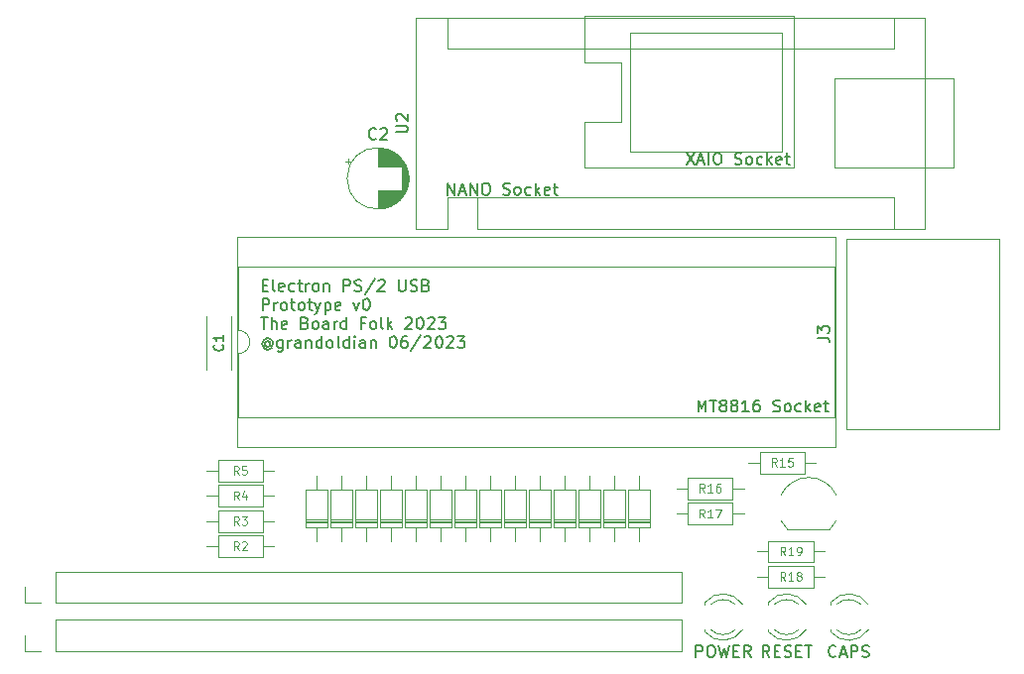
<source format=gbr>
%TF.GenerationSoftware,KiCad,Pcbnew,7.0.11*%
%TF.CreationDate,2024-06-27T03:27:34+01:00*%
%TF.ProjectId,Electron-PS2USB,456c6563-7472-46f6-9e2d-505332555342,rev?*%
%TF.SameCoordinates,Original*%
%TF.FileFunction,Legend,Top*%
%TF.FilePolarity,Positive*%
%FSLAX46Y46*%
G04 Gerber Fmt 4.6, Leading zero omitted, Abs format (unit mm)*
G04 Created by KiCad (PCBNEW 7.0.11) date 2024-06-27 03:27:34*
%MOMM*%
%LPD*%
G01*
G04 APERTURE LIST*
%ADD10C,0.150000*%
%ADD11C,0.108000*%
%ADD12C,0.129000*%
%ADD13C,0.120000*%
%ADD14C,0.100000*%
G04 APERTURE END LIST*
D10*
X67686779Y-83741009D02*
X68020112Y-83741009D01*
X68162969Y-84264819D02*
X67686779Y-84264819D01*
X67686779Y-84264819D02*
X67686779Y-83264819D01*
X67686779Y-83264819D02*
X68162969Y-83264819D01*
X68734398Y-84264819D02*
X68639160Y-84217200D01*
X68639160Y-84217200D02*
X68591541Y-84121961D01*
X68591541Y-84121961D02*
X68591541Y-83264819D01*
X69496303Y-84217200D02*
X69401065Y-84264819D01*
X69401065Y-84264819D02*
X69210589Y-84264819D01*
X69210589Y-84264819D02*
X69115351Y-84217200D01*
X69115351Y-84217200D02*
X69067732Y-84121961D01*
X69067732Y-84121961D02*
X69067732Y-83741009D01*
X69067732Y-83741009D02*
X69115351Y-83645771D01*
X69115351Y-83645771D02*
X69210589Y-83598152D01*
X69210589Y-83598152D02*
X69401065Y-83598152D01*
X69401065Y-83598152D02*
X69496303Y-83645771D01*
X69496303Y-83645771D02*
X69543922Y-83741009D01*
X69543922Y-83741009D02*
X69543922Y-83836247D01*
X69543922Y-83836247D02*
X69067732Y-83931485D01*
X70401065Y-84217200D02*
X70305827Y-84264819D01*
X70305827Y-84264819D02*
X70115351Y-84264819D01*
X70115351Y-84264819D02*
X70020113Y-84217200D01*
X70020113Y-84217200D02*
X69972494Y-84169580D01*
X69972494Y-84169580D02*
X69924875Y-84074342D01*
X69924875Y-84074342D02*
X69924875Y-83788628D01*
X69924875Y-83788628D02*
X69972494Y-83693390D01*
X69972494Y-83693390D02*
X70020113Y-83645771D01*
X70020113Y-83645771D02*
X70115351Y-83598152D01*
X70115351Y-83598152D02*
X70305827Y-83598152D01*
X70305827Y-83598152D02*
X70401065Y-83645771D01*
X70686780Y-83598152D02*
X71067732Y-83598152D01*
X70829637Y-83264819D02*
X70829637Y-84121961D01*
X70829637Y-84121961D02*
X70877256Y-84217200D01*
X70877256Y-84217200D02*
X70972494Y-84264819D01*
X70972494Y-84264819D02*
X71067732Y-84264819D01*
X71401066Y-84264819D02*
X71401066Y-83598152D01*
X71401066Y-83788628D02*
X71448685Y-83693390D01*
X71448685Y-83693390D02*
X71496304Y-83645771D01*
X71496304Y-83645771D02*
X71591542Y-83598152D01*
X71591542Y-83598152D02*
X71686780Y-83598152D01*
X72162971Y-84264819D02*
X72067733Y-84217200D01*
X72067733Y-84217200D02*
X72020114Y-84169580D01*
X72020114Y-84169580D02*
X71972495Y-84074342D01*
X71972495Y-84074342D02*
X71972495Y-83788628D01*
X71972495Y-83788628D02*
X72020114Y-83693390D01*
X72020114Y-83693390D02*
X72067733Y-83645771D01*
X72067733Y-83645771D02*
X72162971Y-83598152D01*
X72162971Y-83598152D02*
X72305828Y-83598152D01*
X72305828Y-83598152D02*
X72401066Y-83645771D01*
X72401066Y-83645771D02*
X72448685Y-83693390D01*
X72448685Y-83693390D02*
X72496304Y-83788628D01*
X72496304Y-83788628D02*
X72496304Y-84074342D01*
X72496304Y-84074342D02*
X72448685Y-84169580D01*
X72448685Y-84169580D02*
X72401066Y-84217200D01*
X72401066Y-84217200D02*
X72305828Y-84264819D01*
X72305828Y-84264819D02*
X72162971Y-84264819D01*
X72924876Y-83598152D02*
X72924876Y-84264819D01*
X72924876Y-83693390D02*
X72972495Y-83645771D01*
X72972495Y-83645771D02*
X73067733Y-83598152D01*
X73067733Y-83598152D02*
X73210590Y-83598152D01*
X73210590Y-83598152D02*
X73305828Y-83645771D01*
X73305828Y-83645771D02*
X73353447Y-83741009D01*
X73353447Y-83741009D02*
X73353447Y-84264819D01*
X74591543Y-84264819D02*
X74591543Y-83264819D01*
X74591543Y-83264819D02*
X74972495Y-83264819D01*
X74972495Y-83264819D02*
X75067733Y-83312438D01*
X75067733Y-83312438D02*
X75115352Y-83360057D01*
X75115352Y-83360057D02*
X75162971Y-83455295D01*
X75162971Y-83455295D02*
X75162971Y-83598152D01*
X75162971Y-83598152D02*
X75115352Y-83693390D01*
X75115352Y-83693390D02*
X75067733Y-83741009D01*
X75067733Y-83741009D02*
X74972495Y-83788628D01*
X74972495Y-83788628D02*
X74591543Y-83788628D01*
X75543924Y-84217200D02*
X75686781Y-84264819D01*
X75686781Y-84264819D02*
X75924876Y-84264819D01*
X75924876Y-84264819D02*
X76020114Y-84217200D01*
X76020114Y-84217200D02*
X76067733Y-84169580D01*
X76067733Y-84169580D02*
X76115352Y-84074342D01*
X76115352Y-84074342D02*
X76115352Y-83979104D01*
X76115352Y-83979104D02*
X76067733Y-83883866D01*
X76067733Y-83883866D02*
X76020114Y-83836247D01*
X76020114Y-83836247D02*
X75924876Y-83788628D01*
X75924876Y-83788628D02*
X75734400Y-83741009D01*
X75734400Y-83741009D02*
X75639162Y-83693390D01*
X75639162Y-83693390D02*
X75591543Y-83645771D01*
X75591543Y-83645771D02*
X75543924Y-83550533D01*
X75543924Y-83550533D02*
X75543924Y-83455295D01*
X75543924Y-83455295D02*
X75591543Y-83360057D01*
X75591543Y-83360057D02*
X75639162Y-83312438D01*
X75639162Y-83312438D02*
X75734400Y-83264819D01*
X75734400Y-83264819D02*
X75972495Y-83264819D01*
X75972495Y-83264819D02*
X76115352Y-83312438D01*
X77258209Y-83217200D02*
X76401067Y-84502914D01*
X77543924Y-83360057D02*
X77591543Y-83312438D01*
X77591543Y-83312438D02*
X77686781Y-83264819D01*
X77686781Y-83264819D02*
X77924876Y-83264819D01*
X77924876Y-83264819D02*
X78020114Y-83312438D01*
X78020114Y-83312438D02*
X78067733Y-83360057D01*
X78067733Y-83360057D02*
X78115352Y-83455295D01*
X78115352Y-83455295D02*
X78115352Y-83550533D01*
X78115352Y-83550533D02*
X78067733Y-83693390D01*
X78067733Y-83693390D02*
X77496305Y-84264819D01*
X77496305Y-84264819D02*
X78115352Y-84264819D01*
X79305829Y-83264819D02*
X79305829Y-84074342D01*
X79305829Y-84074342D02*
X79353448Y-84169580D01*
X79353448Y-84169580D02*
X79401067Y-84217200D01*
X79401067Y-84217200D02*
X79496305Y-84264819D01*
X79496305Y-84264819D02*
X79686781Y-84264819D01*
X79686781Y-84264819D02*
X79782019Y-84217200D01*
X79782019Y-84217200D02*
X79829638Y-84169580D01*
X79829638Y-84169580D02*
X79877257Y-84074342D01*
X79877257Y-84074342D02*
X79877257Y-83264819D01*
X80305829Y-84217200D02*
X80448686Y-84264819D01*
X80448686Y-84264819D02*
X80686781Y-84264819D01*
X80686781Y-84264819D02*
X80782019Y-84217200D01*
X80782019Y-84217200D02*
X80829638Y-84169580D01*
X80829638Y-84169580D02*
X80877257Y-84074342D01*
X80877257Y-84074342D02*
X80877257Y-83979104D01*
X80877257Y-83979104D02*
X80829638Y-83883866D01*
X80829638Y-83883866D02*
X80782019Y-83836247D01*
X80782019Y-83836247D02*
X80686781Y-83788628D01*
X80686781Y-83788628D02*
X80496305Y-83741009D01*
X80496305Y-83741009D02*
X80401067Y-83693390D01*
X80401067Y-83693390D02*
X80353448Y-83645771D01*
X80353448Y-83645771D02*
X80305829Y-83550533D01*
X80305829Y-83550533D02*
X80305829Y-83455295D01*
X80305829Y-83455295D02*
X80353448Y-83360057D01*
X80353448Y-83360057D02*
X80401067Y-83312438D01*
X80401067Y-83312438D02*
X80496305Y-83264819D01*
X80496305Y-83264819D02*
X80734400Y-83264819D01*
X80734400Y-83264819D02*
X80877257Y-83312438D01*
X81639162Y-83741009D02*
X81782019Y-83788628D01*
X81782019Y-83788628D02*
X81829638Y-83836247D01*
X81829638Y-83836247D02*
X81877257Y-83931485D01*
X81877257Y-83931485D02*
X81877257Y-84074342D01*
X81877257Y-84074342D02*
X81829638Y-84169580D01*
X81829638Y-84169580D02*
X81782019Y-84217200D01*
X81782019Y-84217200D02*
X81686781Y-84264819D01*
X81686781Y-84264819D02*
X81305829Y-84264819D01*
X81305829Y-84264819D02*
X81305829Y-83264819D01*
X81305829Y-83264819D02*
X81639162Y-83264819D01*
X81639162Y-83264819D02*
X81734400Y-83312438D01*
X81734400Y-83312438D02*
X81782019Y-83360057D01*
X81782019Y-83360057D02*
X81829638Y-83455295D01*
X81829638Y-83455295D02*
X81829638Y-83550533D01*
X81829638Y-83550533D02*
X81782019Y-83645771D01*
X81782019Y-83645771D02*
X81734400Y-83693390D01*
X81734400Y-83693390D02*
X81639162Y-83741009D01*
X81639162Y-83741009D02*
X81305829Y-83741009D01*
X67686779Y-85874819D02*
X67686779Y-84874819D01*
X67686779Y-84874819D02*
X68067731Y-84874819D01*
X68067731Y-84874819D02*
X68162969Y-84922438D01*
X68162969Y-84922438D02*
X68210588Y-84970057D01*
X68210588Y-84970057D02*
X68258207Y-85065295D01*
X68258207Y-85065295D02*
X68258207Y-85208152D01*
X68258207Y-85208152D02*
X68210588Y-85303390D01*
X68210588Y-85303390D02*
X68162969Y-85351009D01*
X68162969Y-85351009D02*
X68067731Y-85398628D01*
X68067731Y-85398628D02*
X67686779Y-85398628D01*
X68686779Y-85874819D02*
X68686779Y-85208152D01*
X68686779Y-85398628D02*
X68734398Y-85303390D01*
X68734398Y-85303390D02*
X68782017Y-85255771D01*
X68782017Y-85255771D02*
X68877255Y-85208152D01*
X68877255Y-85208152D02*
X68972493Y-85208152D01*
X69448684Y-85874819D02*
X69353446Y-85827200D01*
X69353446Y-85827200D02*
X69305827Y-85779580D01*
X69305827Y-85779580D02*
X69258208Y-85684342D01*
X69258208Y-85684342D02*
X69258208Y-85398628D01*
X69258208Y-85398628D02*
X69305827Y-85303390D01*
X69305827Y-85303390D02*
X69353446Y-85255771D01*
X69353446Y-85255771D02*
X69448684Y-85208152D01*
X69448684Y-85208152D02*
X69591541Y-85208152D01*
X69591541Y-85208152D02*
X69686779Y-85255771D01*
X69686779Y-85255771D02*
X69734398Y-85303390D01*
X69734398Y-85303390D02*
X69782017Y-85398628D01*
X69782017Y-85398628D02*
X69782017Y-85684342D01*
X69782017Y-85684342D02*
X69734398Y-85779580D01*
X69734398Y-85779580D02*
X69686779Y-85827200D01*
X69686779Y-85827200D02*
X69591541Y-85874819D01*
X69591541Y-85874819D02*
X69448684Y-85874819D01*
X70067732Y-85208152D02*
X70448684Y-85208152D01*
X70210589Y-84874819D02*
X70210589Y-85731961D01*
X70210589Y-85731961D02*
X70258208Y-85827200D01*
X70258208Y-85827200D02*
X70353446Y-85874819D01*
X70353446Y-85874819D02*
X70448684Y-85874819D01*
X70924875Y-85874819D02*
X70829637Y-85827200D01*
X70829637Y-85827200D02*
X70782018Y-85779580D01*
X70782018Y-85779580D02*
X70734399Y-85684342D01*
X70734399Y-85684342D02*
X70734399Y-85398628D01*
X70734399Y-85398628D02*
X70782018Y-85303390D01*
X70782018Y-85303390D02*
X70829637Y-85255771D01*
X70829637Y-85255771D02*
X70924875Y-85208152D01*
X70924875Y-85208152D02*
X71067732Y-85208152D01*
X71067732Y-85208152D02*
X71162970Y-85255771D01*
X71162970Y-85255771D02*
X71210589Y-85303390D01*
X71210589Y-85303390D02*
X71258208Y-85398628D01*
X71258208Y-85398628D02*
X71258208Y-85684342D01*
X71258208Y-85684342D02*
X71210589Y-85779580D01*
X71210589Y-85779580D02*
X71162970Y-85827200D01*
X71162970Y-85827200D02*
X71067732Y-85874819D01*
X71067732Y-85874819D02*
X70924875Y-85874819D01*
X71543923Y-85208152D02*
X71924875Y-85208152D01*
X71686780Y-84874819D02*
X71686780Y-85731961D01*
X71686780Y-85731961D02*
X71734399Y-85827200D01*
X71734399Y-85827200D02*
X71829637Y-85874819D01*
X71829637Y-85874819D02*
X71924875Y-85874819D01*
X72162971Y-85208152D02*
X72401066Y-85874819D01*
X72639161Y-85208152D02*
X72401066Y-85874819D01*
X72401066Y-85874819D02*
X72305828Y-86112914D01*
X72305828Y-86112914D02*
X72258209Y-86160533D01*
X72258209Y-86160533D02*
X72162971Y-86208152D01*
X73020114Y-85208152D02*
X73020114Y-86208152D01*
X73020114Y-85255771D02*
X73115352Y-85208152D01*
X73115352Y-85208152D02*
X73305828Y-85208152D01*
X73305828Y-85208152D02*
X73401066Y-85255771D01*
X73401066Y-85255771D02*
X73448685Y-85303390D01*
X73448685Y-85303390D02*
X73496304Y-85398628D01*
X73496304Y-85398628D02*
X73496304Y-85684342D01*
X73496304Y-85684342D02*
X73448685Y-85779580D01*
X73448685Y-85779580D02*
X73401066Y-85827200D01*
X73401066Y-85827200D02*
X73305828Y-85874819D01*
X73305828Y-85874819D02*
X73115352Y-85874819D01*
X73115352Y-85874819D02*
X73020114Y-85827200D01*
X74305828Y-85827200D02*
X74210590Y-85874819D01*
X74210590Y-85874819D02*
X74020114Y-85874819D01*
X74020114Y-85874819D02*
X73924876Y-85827200D01*
X73924876Y-85827200D02*
X73877257Y-85731961D01*
X73877257Y-85731961D02*
X73877257Y-85351009D01*
X73877257Y-85351009D02*
X73924876Y-85255771D01*
X73924876Y-85255771D02*
X74020114Y-85208152D01*
X74020114Y-85208152D02*
X74210590Y-85208152D01*
X74210590Y-85208152D02*
X74305828Y-85255771D01*
X74305828Y-85255771D02*
X74353447Y-85351009D01*
X74353447Y-85351009D02*
X74353447Y-85446247D01*
X74353447Y-85446247D02*
X73877257Y-85541485D01*
X75448686Y-85208152D02*
X75686781Y-85874819D01*
X75686781Y-85874819D02*
X75924876Y-85208152D01*
X76496305Y-84874819D02*
X76591543Y-84874819D01*
X76591543Y-84874819D02*
X76686781Y-84922438D01*
X76686781Y-84922438D02*
X76734400Y-84970057D01*
X76734400Y-84970057D02*
X76782019Y-85065295D01*
X76782019Y-85065295D02*
X76829638Y-85255771D01*
X76829638Y-85255771D02*
X76829638Y-85493866D01*
X76829638Y-85493866D02*
X76782019Y-85684342D01*
X76782019Y-85684342D02*
X76734400Y-85779580D01*
X76734400Y-85779580D02*
X76686781Y-85827200D01*
X76686781Y-85827200D02*
X76591543Y-85874819D01*
X76591543Y-85874819D02*
X76496305Y-85874819D01*
X76496305Y-85874819D02*
X76401067Y-85827200D01*
X76401067Y-85827200D02*
X76353448Y-85779580D01*
X76353448Y-85779580D02*
X76305829Y-85684342D01*
X76305829Y-85684342D02*
X76258210Y-85493866D01*
X76258210Y-85493866D02*
X76258210Y-85255771D01*
X76258210Y-85255771D02*
X76305829Y-85065295D01*
X76305829Y-85065295D02*
X76353448Y-84970057D01*
X76353448Y-84970057D02*
X76401067Y-84922438D01*
X76401067Y-84922438D02*
X76496305Y-84874819D01*
X67543922Y-86484819D02*
X68115350Y-86484819D01*
X67829636Y-87484819D02*
X67829636Y-86484819D01*
X68448684Y-87484819D02*
X68448684Y-86484819D01*
X68877255Y-87484819D02*
X68877255Y-86961009D01*
X68877255Y-86961009D02*
X68829636Y-86865771D01*
X68829636Y-86865771D02*
X68734398Y-86818152D01*
X68734398Y-86818152D02*
X68591541Y-86818152D01*
X68591541Y-86818152D02*
X68496303Y-86865771D01*
X68496303Y-86865771D02*
X68448684Y-86913390D01*
X69734398Y-87437200D02*
X69639160Y-87484819D01*
X69639160Y-87484819D02*
X69448684Y-87484819D01*
X69448684Y-87484819D02*
X69353446Y-87437200D01*
X69353446Y-87437200D02*
X69305827Y-87341961D01*
X69305827Y-87341961D02*
X69305827Y-86961009D01*
X69305827Y-86961009D02*
X69353446Y-86865771D01*
X69353446Y-86865771D02*
X69448684Y-86818152D01*
X69448684Y-86818152D02*
X69639160Y-86818152D01*
X69639160Y-86818152D02*
X69734398Y-86865771D01*
X69734398Y-86865771D02*
X69782017Y-86961009D01*
X69782017Y-86961009D02*
X69782017Y-87056247D01*
X69782017Y-87056247D02*
X69305827Y-87151485D01*
X71305827Y-86961009D02*
X71448684Y-87008628D01*
X71448684Y-87008628D02*
X71496303Y-87056247D01*
X71496303Y-87056247D02*
X71543922Y-87151485D01*
X71543922Y-87151485D02*
X71543922Y-87294342D01*
X71543922Y-87294342D02*
X71496303Y-87389580D01*
X71496303Y-87389580D02*
X71448684Y-87437200D01*
X71448684Y-87437200D02*
X71353446Y-87484819D01*
X71353446Y-87484819D02*
X70972494Y-87484819D01*
X70972494Y-87484819D02*
X70972494Y-86484819D01*
X70972494Y-86484819D02*
X71305827Y-86484819D01*
X71305827Y-86484819D02*
X71401065Y-86532438D01*
X71401065Y-86532438D02*
X71448684Y-86580057D01*
X71448684Y-86580057D02*
X71496303Y-86675295D01*
X71496303Y-86675295D02*
X71496303Y-86770533D01*
X71496303Y-86770533D02*
X71448684Y-86865771D01*
X71448684Y-86865771D02*
X71401065Y-86913390D01*
X71401065Y-86913390D02*
X71305827Y-86961009D01*
X71305827Y-86961009D02*
X70972494Y-86961009D01*
X72115351Y-87484819D02*
X72020113Y-87437200D01*
X72020113Y-87437200D02*
X71972494Y-87389580D01*
X71972494Y-87389580D02*
X71924875Y-87294342D01*
X71924875Y-87294342D02*
X71924875Y-87008628D01*
X71924875Y-87008628D02*
X71972494Y-86913390D01*
X71972494Y-86913390D02*
X72020113Y-86865771D01*
X72020113Y-86865771D02*
X72115351Y-86818152D01*
X72115351Y-86818152D02*
X72258208Y-86818152D01*
X72258208Y-86818152D02*
X72353446Y-86865771D01*
X72353446Y-86865771D02*
X72401065Y-86913390D01*
X72401065Y-86913390D02*
X72448684Y-87008628D01*
X72448684Y-87008628D02*
X72448684Y-87294342D01*
X72448684Y-87294342D02*
X72401065Y-87389580D01*
X72401065Y-87389580D02*
X72353446Y-87437200D01*
X72353446Y-87437200D02*
X72258208Y-87484819D01*
X72258208Y-87484819D02*
X72115351Y-87484819D01*
X73305827Y-87484819D02*
X73305827Y-86961009D01*
X73305827Y-86961009D02*
X73258208Y-86865771D01*
X73258208Y-86865771D02*
X73162970Y-86818152D01*
X73162970Y-86818152D02*
X72972494Y-86818152D01*
X72972494Y-86818152D02*
X72877256Y-86865771D01*
X73305827Y-87437200D02*
X73210589Y-87484819D01*
X73210589Y-87484819D02*
X72972494Y-87484819D01*
X72972494Y-87484819D02*
X72877256Y-87437200D01*
X72877256Y-87437200D02*
X72829637Y-87341961D01*
X72829637Y-87341961D02*
X72829637Y-87246723D01*
X72829637Y-87246723D02*
X72877256Y-87151485D01*
X72877256Y-87151485D02*
X72972494Y-87103866D01*
X72972494Y-87103866D02*
X73210589Y-87103866D01*
X73210589Y-87103866D02*
X73305827Y-87056247D01*
X73782018Y-87484819D02*
X73782018Y-86818152D01*
X73782018Y-87008628D02*
X73829637Y-86913390D01*
X73829637Y-86913390D02*
X73877256Y-86865771D01*
X73877256Y-86865771D02*
X73972494Y-86818152D01*
X73972494Y-86818152D02*
X74067732Y-86818152D01*
X74829637Y-87484819D02*
X74829637Y-86484819D01*
X74829637Y-87437200D02*
X74734399Y-87484819D01*
X74734399Y-87484819D02*
X74543923Y-87484819D01*
X74543923Y-87484819D02*
X74448685Y-87437200D01*
X74448685Y-87437200D02*
X74401066Y-87389580D01*
X74401066Y-87389580D02*
X74353447Y-87294342D01*
X74353447Y-87294342D02*
X74353447Y-87008628D01*
X74353447Y-87008628D02*
X74401066Y-86913390D01*
X74401066Y-86913390D02*
X74448685Y-86865771D01*
X74448685Y-86865771D02*
X74543923Y-86818152D01*
X74543923Y-86818152D02*
X74734399Y-86818152D01*
X74734399Y-86818152D02*
X74829637Y-86865771D01*
X76401066Y-86961009D02*
X76067733Y-86961009D01*
X76067733Y-87484819D02*
X76067733Y-86484819D01*
X76067733Y-86484819D02*
X76543923Y-86484819D01*
X77067733Y-87484819D02*
X76972495Y-87437200D01*
X76972495Y-87437200D02*
X76924876Y-87389580D01*
X76924876Y-87389580D02*
X76877257Y-87294342D01*
X76877257Y-87294342D02*
X76877257Y-87008628D01*
X76877257Y-87008628D02*
X76924876Y-86913390D01*
X76924876Y-86913390D02*
X76972495Y-86865771D01*
X76972495Y-86865771D02*
X77067733Y-86818152D01*
X77067733Y-86818152D02*
X77210590Y-86818152D01*
X77210590Y-86818152D02*
X77305828Y-86865771D01*
X77305828Y-86865771D02*
X77353447Y-86913390D01*
X77353447Y-86913390D02*
X77401066Y-87008628D01*
X77401066Y-87008628D02*
X77401066Y-87294342D01*
X77401066Y-87294342D02*
X77353447Y-87389580D01*
X77353447Y-87389580D02*
X77305828Y-87437200D01*
X77305828Y-87437200D02*
X77210590Y-87484819D01*
X77210590Y-87484819D02*
X77067733Y-87484819D01*
X77972495Y-87484819D02*
X77877257Y-87437200D01*
X77877257Y-87437200D02*
X77829638Y-87341961D01*
X77829638Y-87341961D02*
X77829638Y-86484819D01*
X78353448Y-87484819D02*
X78353448Y-86484819D01*
X78448686Y-87103866D02*
X78734400Y-87484819D01*
X78734400Y-86818152D02*
X78353448Y-87199104D01*
X79877258Y-86580057D02*
X79924877Y-86532438D01*
X79924877Y-86532438D02*
X80020115Y-86484819D01*
X80020115Y-86484819D02*
X80258210Y-86484819D01*
X80258210Y-86484819D02*
X80353448Y-86532438D01*
X80353448Y-86532438D02*
X80401067Y-86580057D01*
X80401067Y-86580057D02*
X80448686Y-86675295D01*
X80448686Y-86675295D02*
X80448686Y-86770533D01*
X80448686Y-86770533D02*
X80401067Y-86913390D01*
X80401067Y-86913390D02*
X79829639Y-87484819D01*
X79829639Y-87484819D02*
X80448686Y-87484819D01*
X81067734Y-86484819D02*
X81162972Y-86484819D01*
X81162972Y-86484819D02*
X81258210Y-86532438D01*
X81258210Y-86532438D02*
X81305829Y-86580057D01*
X81305829Y-86580057D02*
X81353448Y-86675295D01*
X81353448Y-86675295D02*
X81401067Y-86865771D01*
X81401067Y-86865771D02*
X81401067Y-87103866D01*
X81401067Y-87103866D02*
X81353448Y-87294342D01*
X81353448Y-87294342D02*
X81305829Y-87389580D01*
X81305829Y-87389580D02*
X81258210Y-87437200D01*
X81258210Y-87437200D02*
X81162972Y-87484819D01*
X81162972Y-87484819D02*
X81067734Y-87484819D01*
X81067734Y-87484819D02*
X80972496Y-87437200D01*
X80972496Y-87437200D02*
X80924877Y-87389580D01*
X80924877Y-87389580D02*
X80877258Y-87294342D01*
X80877258Y-87294342D02*
X80829639Y-87103866D01*
X80829639Y-87103866D02*
X80829639Y-86865771D01*
X80829639Y-86865771D02*
X80877258Y-86675295D01*
X80877258Y-86675295D02*
X80924877Y-86580057D01*
X80924877Y-86580057D02*
X80972496Y-86532438D01*
X80972496Y-86532438D02*
X81067734Y-86484819D01*
X81782020Y-86580057D02*
X81829639Y-86532438D01*
X81829639Y-86532438D02*
X81924877Y-86484819D01*
X81924877Y-86484819D02*
X82162972Y-86484819D01*
X82162972Y-86484819D02*
X82258210Y-86532438D01*
X82258210Y-86532438D02*
X82305829Y-86580057D01*
X82305829Y-86580057D02*
X82353448Y-86675295D01*
X82353448Y-86675295D02*
X82353448Y-86770533D01*
X82353448Y-86770533D02*
X82305829Y-86913390D01*
X82305829Y-86913390D02*
X81734401Y-87484819D01*
X81734401Y-87484819D02*
X82353448Y-87484819D01*
X82686782Y-86484819D02*
X83305829Y-86484819D01*
X83305829Y-86484819D02*
X82972496Y-86865771D01*
X82972496Y-86865771D02*
X83115353Y-86865771D01*
X83115353Y-86865771D02*
X83210591Y-86913390D01*
X83210591Y-86913390D02*
X83258210Y-86961009D01*
X83258210Y-86961009D02*
X83305829Y-87056247D01*
X83305829Y-87056247D02*
X83305829Y-87294342D01*
X83305829Y-87294342D02*
X83258210Y-87389580D01*
X83258210Y-87389580D02*
X83210591Y-87437200D01*
X83210591Y-87437200D02*
X83115353Y-87484819D01*
X83115353Y-87484819D02*
X82829639Y-87484819D01*
X82829639Y-87484819D02*
X82734401Y-87437200D01*
X82734401Y-87437200D02*
X82686782Y-87389580D01*
X68305826Y-88618628D02*
X68258207Y-88571009D01*
X68258207Y-88571009D02*
X68162969Y-88523390D01*
X68162969Y-88523390D02*
X68067731Y-88523390D01*
X68067731Y-88523390D02*
X67972493Y-88571009D01*
X67972493Y-88571009D02*
X67924874Y-88618628D01*
X67924874Y-88618628D02*
X67877255Y-88713866D01*
X67877255Y-88713866D02*
X67877255Y-88809104D01*
X67877255Y-88809104D02*
X67924874Y-88904342D01*
X67924874Y-88904342D02*
X67972493Y-88951961D01*
X67972493Y-88951961D02*
X68067731Y-88999580D01*
X68067731Y-88999580D02*
X68162969Y-88999580D01*
X68162969Y-88999580D02*
X68258207Y-88951961D01*
X68258207Y-88951961D02*
X68305826Y-88904342D01*
X68305826Y-88523390D02*
X68305826Y-88904342D01*
X68305826Y-88904342D02*
X68353445Y-88951961D01*
X68353445Y-88951961D02*
X68401064Y-88951961D01*
X68401064Y-88951961D02*
X68496303Y-88904342D01*
X68496303Y-88904342D02*
X68543922Y-88809104D01*
X68543922Y-88809104D02*
X68543922Y-88571009D01*
X68543922Y-88571009D02*
X68448684Y-88428152D01*
X68448684Y-88428152D02*
X68305826Y-88332914D01*
X68305826Y-88332914D02*
X68115350Y-88285295D01*
X68115350Y-88285295D02*
X67924874Y-88332914D01*
X67924874Y-88332914D02*
X67782017Y-88428152D01*
X67782017Y-88428152D02*
X67686779Y-88571009D01*
X67686779Y-88571009D02*
X67639160Y-88761485D01*
X67639160Y-88761485D02*
X67686779Y-88951961D01*
X67686779Y-88951961D02*
X67782017Y-89094819D01*
X67782017Y-89094819D02*
X67924874Y-89190057D01*
X67924874Y-89190057D02*
X68115350Y-89237676D01*
X68115350Y-89237676D02*
X68305826Y-89190057D01*
X68305826Y-89190057D02*
X68448684Y-89094819D01*
X69401064Y-88428152D02*
X69401064Y-89237676D01*
X69401064Y-89237676D02*
X69353445Y-89332914D01*
X69353445Y-89332914D02*
X69305826Y-89380533D01*
X69305826Y-89380533D02*
X69210588Y-89428152D01*
X69210588Y-89428152D02*
X69067731Y-89428152D01*
X69067731Y-89428152D02*
X68972493Y-89380533D01*
X69401064Y-89047200D02*
X69305826Y-89094819D01*
X69305826Y-89094819D02*
X69115350Y-89094819D01*
X69115350Y-89094819D02*
X69020112Y-89047200D01*
X69020112Y-89047200D02*
X68972493Y-88999580D01*
X68972493Y-88999580D02*
X68924874Y-88904342D01*
X68924874Y-88904342D02*
X68924874Y-88618628D01*
X68924874Y-88618628D02*
X68972493Y-88523390D01*
X68972493Y-88523390D02*
X69020112Y-88475771D01*
X69020112Y-88475771D02*
X69115350Y-88428152D01*
X69115350Y-88428152D02*
X69305826Y-88428152D01*
X69305826Y-88428152D02*
X69401064Y-88475771D01*
X69877255Y-89094819D02*
X69877255Y-88428152D01*
X69877255Y-88618628D02*
X69924874Y-88523390D01*
X69924874Y-88523390D02*
X69972493Y-88475771D01*
X69972493Y-88475771D02*
X70067731Y-88428152D01*
X70067731Y-88428152D02*
X70162969Y-88428152D01*
X70924874Y-89094819D02*
X70924874Y-88571009D01*
X70924874Y-88571009D02*
X70877255Y-88475771D01*
X70877255Y-88475771D02*
X70782017Y-88428152D01*
X70782017Y-88428152D02*
X70591541Y-88428152D01*
X70591541Y-88428152D02*
X70496303Y-88475771D01*
X70924874Y-89047200D02*
X70829636Y-89094819D01*
X70829636Y-89094819D02*
X70591541Y-89094819D01*
X70591541Y-89094819D02*
X70496303Y-89047200D01*
X70496303Y-89047200D02*
X70448684Y-88951961D01*
X70448684Y-88951961D02*
X70448684Y-88856723D01*
X70448684Y-88856723D02*
X70496303Y-88761485D01*
X70496303Y-88761485D02*
X70591541Y-88713866D01*
X70591541Y-88713866D02*
X70829636Y-88713866D01*
X70829636Y-88713866D02*
X70924874Y-88666247D01*
X71401065Y-88428152D02*
X71401065Y-89094819D01*
X71401065Y-88523390D02*
X71448684Y-88475771D01*
X71448684Y-88475771D02*
X71543922Y-88428152D01*
X71543922Y-88428152D02*
X71686779Y-88428152D01*
X71686779Y-88428152D02*
X71782017Y-88475771D01*
X71782017Y-88475771D02*
X71829636Y-88571009D01*
X71829636Y-88571009D02*
X71829636Y-89094819D01*
X72734398Y-89094819D02*
X72734398Y-88094819D01*
X72734398Y-89047200D02*
X72639160Y-89094819D01*
X72639160Y-89094819D02*
X72448684Y-89094819D01*
X72448684Y-89094819D02*
X72353446Y-89047200D01*
X72353446Y-89047200D02*
X72305827Y-88999580D01*
X72305827Y-88999580D02*
X72258208Y-88904342D01*
X72258208Y-88904342D02*
X72258208Y-88618628D01*
X72258208Y-88618628D02*
X72305827Y-88523390D01*
X72305827Y-88523390D02*
X72353446Y-88475771D01*
X72353446Y-88475771D02*
X72448684Y-88428152D01*
X72448684Y-88428152D02*
X72639160Y-88428152D01*
X72639160Y-88428152D02*
X72734398Y-88475771D01*
X73353446Y-89094819D02*
X73258208Y-89047200D01*
X73258208Y-89047200D02*
X73210589Y-88999580D01*
X73210589Y-88999580D02*
X73162970Y-88904342D01*
X73162970Y-88904342D02*
X73162970Y-88618628D01*
X73162970Y-88618628D02*
X73210589Y-88523390D01*
X73210589Y-88523390D02*
X73258208Y-88475771D01*
X73258208Y-88475771D02*
X73353446Y-88428152D01*
X73353446Y-88428152D02*
X73496303Y-88428152D01*
X73496303Y-88428152D02*
X73591541Y-88475771D01*
X73591541Y-88475771D02*
X73639160Y-88523390D01*
X73639160Y-88523390D02*
X73686779Y-88618628D01*
X73686779Y-88618628D02*
X73686779Y-88904342D01*
X73686779Y-88904342D02*
X73639160Y-88999580D01*
X73639160Y-88999580D02*
X73591541Y-89047200D01*
X73591541Y-89047200D02*
X73496303Y-89094819D01*
X73496303Y-89094819D02*
X73353446Y-89094819D01*
X74258208Y-89094819D02*
X74162970Y-89047200D01*
X74162970Y-89047200D02*
X74115351Y-88951961D01*
X74115351Y-88951961D02*
X74115351Y-88094819D01*
X75067732Y-89094819D02*
X75067732Y-88094819D01*
X75067732Y-89047200D02*
X74972494Y-89094819D01*
X74972494Y-89094819D02*
X74782018Y-89094819D01*
X74782018Y-89094819D02*
X74686780Y-89047200D01*
X74686780Y-89047200D02*
X74639161Y-88999580D01*
X74639161Y-88999580D02*
X74591542Y-88904342D01*
X74591542Y-88904342D02*
X74591542Y-88618628D01*
X74591542Y-88618628D02*
X74639161Y-88523390D01*
X74639161Y-88523390D02*
X74686780Y-88475771D01*
X74686780Y-88475771D02*
X74782018Y-88428152D01*
X74782018Y-88428152D02*
X74972494Y-88428152D01*
X74972494Y-88428152D02*
X75067732Y-88475771D01*
X75543923Y-89094819D02*
X75543923Y-88428152D01*
X75543923Y-88094819D02*
X75496304Y-88142438D01*
X75496304Y-88142438D02*
X75543923Y-88190057D01*
X75543923Y-88190057D02*
X75591542Y-88142438D01*
X75591542Y-88142438D02*
X75543923Y-88094819D01*
X75543923Y-88094819D02*
X75543923Y-88190057D01*
X76448684Y-89094819D02*
X76448684Y-88571009D01*
X76448684Y-88571009D02*
X76401065Y-88475771D01*
X76401065Y-88475771D02*
X76305827Y-88428152D01*
X76305827Y-88428152D02*
X76115351Y-88428152D01*
X76115351Y-88428152D02*
X76020113Y-88475771D01*
X76448684Y-89047200D02*
X76353446Y-89094819D01*
X76353446Y-89094819D02*
X76115351Y-89094819D01*
X76115351Y-89094819D02*
X76020113Y-89047200D01*
X76020113Y-89047200D02*
X75972494Y-88951961D01*
X75972494Y-88951961D02*
X75972494Y-88856723D01*
X75972494Y-88856723D02*
X76020113Y-88761485D01*
X76020113Y-88761485D02*
X76115351Y-88713866D01*
X76115351Y-88713866D02*
X76353446Y-88713866D01*
X76353446Y-88713866D02*
X76448684Y-88666247D01*
X76924875Y-88428152D02*
X76924875Y-89094819D01*
X76924875Y-88523390D02*
X76972494Y-88475771D01*
X76972494Y-88475771D02*
X77067732Y-88428152D01*
X77067732Y-88428152D02*
X77210589Y-88428152D01*
X77210589Y-88428152D02*
X77305827Y-88475771D01*
X77305827Y-88475771D02*
X77353446Y-88571009D01*
X77353446Y-88571009D02*
X77353446Y-89094819D01*
X78782018Y-88094819D02*
X78877256Y-88094819D01*
X78877256Y-88094819D02*
X78972494Y-88142438D01*
X78972494Y-88142438D02*
X79020113Y-88190057D01*
X79020113Y-88190057D02*
X79067732Y-88285295D01*
X79067732Y-88285295D02*
X79115351Y-88475771D01*
X79115351Y-88475771D02*
X79115351Y-88713866D01*
X79115351Y-88713866D02*
X79067732Y-88904342D01*
X79067732Y-88904342D02*
X79020113Y-88999580D01*
X79020113Y-88999580D02*
X78972494Y-89047200D01*
X78972494Y-89047200D02*
X78877256Y-89094819D01*
X78877256Y-89094819D02*
X78782018Y-89094819D01*
X78782018Y-89094819D02*
X78686780Y-89047200D01*
X78686780Y-89047200D02*
X78639161Y-88999580D01*
X78639161Y-88999580D02*
X78591542Y-88904342D01*
X78591542Y-88904342D02*
X78543923Y-88713866D01*
X78543923Y-88713866D02*
X78543923Y-88475771D01*
X78543923Y-88475771D02*
X78591542Y-88285295D01*
X78591542Y-88285295D02*
X78639161Y-88190057D01*
X78639161Y-88190057D02*
X78686780Y-88142438D01*
X78686780Y-88142438D02*
X78782018Y-88094819D01*
X79972494Y-88094819D02*
X79782018Y-88094819D01*
X79782018Y-88094819D02*
X79686780Y-88142438D01*
X79686780Y-88142438D02*
X79639161Y-88190057D01*
X79639161Y-88190057D02*
X79543923Y-88332914D01*
X79543923Y-88332914D02*
X79496304Y-88523390D01*
X79496304Y-88523390D02*
X79496304Y-88904342D01*
X79496304Y-88904342D02*
X79543923Y-88999580D01*
X79543923Y-88999580D02*
X79591542Y-89047200D01*
X79591542Y-89047200D02*
X79686780Y-89094819D01*
X79686780Y-89094819D02*
X79877256Y-89094819D01*
X79877256Y-89094819D02*
X79972494Y-89047200D01*
X79972494Y-89047200D02*
X80020113Y-88999580D01*
X80020113Y-88999580D02*
X80067732Y-88904342D01*
X80067732Y-88904342D02*
X80067732Y-88666247D01*
X80067732Y-88666247D02*
X80020113Y-88571009D01*
X80020113Y-88571009D02*
X79972494Y-88523390D01*
X79972494Y-88523390D02*
X79877256Y-88475771D01*
X79877256Y-88475771D02*
X79686780Y-88475771D01*
X79686780Y-88475771D02*
X79591542Y-88523390D01*
X79591542Y-88523390D02*
X79543923Y-88571009D01*
X79543923Y-88571009D02*
X79496304Y-88666247D01*
X81210589Y-88047200D02*
X80353447Y-89332914D01*
X81496304Y-88190057D02*
X81543923Y-88142438D01*
X81543923Y-88142438D02*
X81639161Y-88094819D01*
X81639161Y-88094819D02*
X81877256Y-88094819D01*
X81877256Y-88094819D02*
X81972494Y-88142438D01*
X81972494Y-88142438D02*
X82020113Y-88190057D01*
X82020113Y-88190057D02*
X82067732Y-88285295D01*
X82067732Y-88285295D02*
X82067732Y-88380533D01*
X82067732Y-88380533D02*
X82020113Y-88523390D01*
X82020113Y-88523390D02*
X81448685Y-89094819D01*
X81448685Y-89094819D02*
X82067732Y-89094819D01*
X82686780Y-88094819D02*
X82782018Y-88094819D01*
X82782018Y-88094819D02*
X82877256Y-88142438D01*
X82877256Y-88142438D02*
X82924875Y-88190057D01*
X82924875Y-88190057D02*
X82972494Y-88285295D01*
X82972494Y-88285295D02*
X83020113Y-88475771D01*
X83020113Y-88475771D02*
X83020113Y-88713866D01*
X83020113Y-88713866D02*
X82972494Y-88904342D01*
X82972494Y-88904342D02*
X82924875Y-88999580D01*
X82924875Y-88999580D02*
X82877256Y-89047200D01*
X82877256Y-89047200D02*
X82782018Y-89094819D01*
X82782018Y-89094819D02*
X82686780Y-89094819D01*
X82686780Y-89094819D02*
X82591542Y-89047200D01*
X82591542Y-89047200D02*
X82543923Y-88999580D01*
X82543923Y-88999580D02*
X82496304Y-88904342D01*
X82496304Y-88904342D02*
X82448685Y-88713866D01*
X82448685Y-88713866D02*
X82448685Y-88475771D01*
X82448685Y-88475771D02*
X82496304Y-88285295D01*
X82496304Y-88285295D02*
X82543923Y-88190057D01*
X82543923Y-88190057D02*
X82591542Y-88142438D01*
X82591542Y-88142438D02*
X82686780Y-88094819D01*
X83401066Y-88190057D02*
X83448685Y-88142438D01*
X83448685Y-88142438D02*
X83543923Y-88094819D01*
X83543923Y-88094819D02*
X83782018Y-88094819D01*
X83782018Y-88094819D02*
X83877256Y-88142438D01*
X83877256Y-88142438D02*
X83924875Y-88190057D01*
X83924875Y-88190057D02*
X83972494Y-88285295D01*
X83972494Y-88285295D02*
X83972494Y-88380533D01*
X83972494Y-88380533D02*
X83924875Y-88523390D01*
X83924875Y-88523390D02*
X83353447Y-89094819D01*
X83353447Y-89094819D02*
X83972494Y-89094819D01*
X84305828Y-88094819D02*
X84924875Y-88094819D01*
X84924875Y-88094819D02*
X84591542Y-88475771D01*
X84591542Y-88475771D02*
X84734399Y-88475771D01*
X84734399Y-88475771D02*
X84829637Y-88523390D01*
X84829637Y-88523390D02*
X84877256Y-88571009D01*
X84877256Y-88571009D02*
X84924875Y-88666247D01*
X84924875Y-88666247D02*
X84924875Y-88904342D01*
X84924875Y-88904342D02*
X84877256Y-88999580D01*
X84877256Y-88999580D02*
X84829637Y-89047200D01*
X84829637Y-89047200D02*
X84734399Y-89094819D01*
X84734399Y-89094819D02*
X84448685Y-89094819D01*
X84448685Y-89094819D02*
X84353447Y-89047200D01*
X84353447Y-89047200D02*
X84305828Y-88999580D01*
X79074819Y-70681904D02*
X79884342Y-70681904D01*
X79884342Y-70681904D02*
X79979580Y-70634285D01*
X79979580Y-70634285D02*
X80027200Y-70586666D01*
X80027200Y-70586666D02*
X80074819Y-70491428D01*
X80074819Y-70491428D02*
X80074819Y-70300952D01*
X80074819Y-70300952D02*
X80027200Y-70205714D01*
X80027200Y-70205714D02*
X79979580Y-70158095D01*
X79979580Y-70158095D02*
X79884342Y-70110476D01*
X79884342Y-70110476D02*
X79074819Y-70110476D01*
X79170057Y-69681904D02*
X79122438Y-69634285D01*
X79122438Y-69634285D02*
X79074819Y-69539047D01*
X79074819Y-69539047D02*
X79074819Y-69300952D01*
X79074819Y-69300952D02*
X79122438Y-69205714D01*
X79122438Y-69205714D02*
X79170057Y-69158095D01*
X79170057Y-69158095D02*
X79265295Y-69110476D01*
X79265295Y-69110476D02*
X79360533Y-69110476D01*
X79360533Y-69110476D02*
X79503390Y-69158095D01*
X79503390Y-69158095D02*
X80074819Y-69729523D01*
X80074819Y-69729523D02*
X80074819Y-69110476D01*
X83505952Y-76029819D02*
X83505952Y-75029819D01*
X83505952Y-75029819D02*
X84077380Y-76029819D01*
X84077380Y-76029819D02*
X84077380Y-75029819D01*
X84505952Y-75744104D02*
X84982142Y-75744104D01*
X84410714Y-76029819D02*
X84744047Y-75029819D01*
X84744047Y-75029819D02*
X85077380Y-76029819D01*
X85410714Y-76029819D02*
X85410714Y-75029819D01*
X85410714Y-75029819D02*
X85982142Y-76029819D01*
X85982142Y-76029819D02*
X85982142Y-75029819D01*
X86648809Y-75029819D02*
X86839285Y-75029819D01*
X86839285Y-75029819D02*
X86934523Y-75077438D01*
X86934523Y-75077438D02*
X87029761Y-75172676D01*
X87029761Y-75172676D02*
X87077380Y-75363152D01*
X87077380Y-75363152D02*
X87077380Y-75696485D01*
X87077380Y-75696485D02*
X87029761Y-75886961D01*
X87029761Y-75886961D02*
X86934523Y-75982200D01*
X86934523Y-75982200D02*
X86839285Y-76029819D01*
X86839285Y-76029819D02*
X86648809Y-76029819D01*
X86648809Y-76029819D02*
X86553571Y-75982200D01*
X86553571Y-75982200D02*
X86458333Y-75886961D01*
X86458333Y-75886961D02*
X86410714Y-75696485D01*
X86410714Y-75696485D02*
X86410714Y-75363152D01*
X86410714Y-75363152D02*
X86458333Y-75172676D01*
X86458333Y-75172676D02*
X86553571Y-75077438D01*
X86553571Y-75077438D02*
X86648809Y-75029819D01*
X88220238Y-75982200D02*
X88363095Y-76029819D01*
X88363095Y-76029819D02*
X88601190Y-76029819D01*
X88601190Y-76029819D02*
X88696428Y-75982200D01*
X88696428Y-75982200D02*
X88744047Y-75934580D01*
X88744047Y-75934580D02*
X88791666Y-75839342D01*
X88791666Y-75839342D02*
X88791666Y-75744104D01*
X88791666Y-75744104D02*
X88744047Y-75648866D01*
X88744047Y-75648866D02*
X88696428Y-75601247D01*
X88696428Y-75601247D02*
X88601190Y-75553628D01*
X88601190Y-75553628D02*
X88410714Y-75506009D01*
X88410714Y-75506009D02*
X88315476Y-75458390D01*
X88315476Y-75458390D02*
X88267857Y-75410771D01*
X88267857Y-75410771D02*
X88220238Y-75315533D01*
X88220238Y-75315533D02*
X88220238Y-75220295D01*
X88220238Y-75220295D02*
X88267857Y-75125057D01*
X88267857Y-75125057D02*
X88315476Y-75077438D01*
X88315476Y-75077438D02*
X88410714Y-75029819D01*
X88410714Y-75029819D02*
X88648809Y-75029819D01*
X88648809Y-75029819D02*
X88791666Y-75077438D01*
X89363095Y-76029819D02*
X89267857Y-75982200D01*
X89267857Y-75982200D02*
X89220238Y-75934580D01*
X89220238Y-75934580D02*
X89172619Y-75839342D01*
X89172619Y-75839342D02*
X89172619Y-75553628D01*
X89172619Y-75553628D02*
X89220238Y-75458390D01*
X89220238Y-75458390D02*
X89267857Y-75410771D01*
X89267857Y-75410771D02*
X89363095Y-75363152D01*
X89363095Y-75363152D02*
X89505952Y-75363152D01*
X89505952Y-75363152D02*
X89601190Y-75410771D01*
X89601190Y-75410771D02*
X89648809Y-75458390D01*
X89648809Y-75458390D02*
X89696428Y-75553628D01*
X89696428Y-75553628D02*
X89696428Y-75839342D01*
X89696428Y-75839342D02*
X89648809Y-75934580D01*
X89648809Y-75934580D02*
X89601190Y-75982200D01*
X89601190Y-75982200D02*
X89505952Y-76029819D01*
X89505952Y-76029819D02*
X89363095Y-76029819D01*
X90553571Y-75982200D02*
X90458333Y-76029819D01*
X90458333Y-76029819D02*
X90267857Y-76029819D01*
X90267857Y-76029819D02*
X90172619Y-75982200D01*
X90172619Y-75982200D02*
X90125000Y-75934580D01*
X90125000Y-75934580D02*
X90077381Y-75839342D01*
X90077381Y-75839342D02*
X90077381Y-75553628D01*
X90077381Y-75553628D02*
X90125000Y-75458390D01*
X90125000Y-75458390D02*
X90172619Y-75410771D01*
X90172619Y-75410771D02*
X90267857Y-75363152D01*
X90267857Y-75363152D02*
X90458333Y-75363152D01*
X90458333Y-75363152D02*
X90553571Y-75410771D01*
X90982143Y-76029819D02*
X90982143Y-75029819D01*
X91077381Y-75648866D02*
X91363095Y-76029819D01*
X91363095Y-75363152D02*
X90982143Y-75744104D01*
X92172619Y-75982200D02*
X92077381Y-76029819D01*
X92077381Y-76029819D02*
X91886905Y-76029819D01*
X91886905Y-76029819D02*
X91791667Y-75982200D01*
X91791667Y-75982200D02*
X91744048Y-75886961D01*
X91744048Y-75886961D02*
X91744048Y-75506009D01*
X91744048Y-75506009D02*
X91791667Y-75410771D01*
X91791667Y-75410771D02*
X91886905Y-75363152D01*
X91886905Y-75363152D02*
X92077381Y-75363152D01*
X92077381Y-75363152D02*
X92172619Y-75410771D01*
X92172619Y-75410771D02*
X92220238Y-75506009D01*
X92220238Y-75506009D02*
X92220238Y-75601247D01*
X92220238Y-75601247D02*
X91744048Y-75696485D01*
X92505953Y-75363152D02*
X92886905Y-75363152D01*
X92648810Y-75029819D02*
X92648810Y-75886961D01*
X92648810Y-75886961D02*
X92696429Y-75982200D01*
X92696429Y-75982200D02*
X92791667Y-76029819D01*
X92791667Y-76029819D02*
X92886905Y-76029819D01*
X104848809Y-94554819D02*
X104848809Y-93554819D01*
X104848809Y-93554819D02*
X105182142Y-94269104D01*
X105182142Y-94269104D02*
X105515475Y-93554819D01*
X105515475Y-93554819D02*
X105515475Y-94554819D01*
X105848809Y-93554819D02*
X106420237Y-93554819D01*
X106134523Y-94554819D02*
X106134523Y-93554819D01*
X106896428Y-93983390D02*
X106801190Y-93935771D01*
X106801190Y-93935771D02*
X106753571Y-93888152D01*
X106753571Y-93888152D02*
X106705952Y-93792914D01*
X106705952Y-93792914D02*
X106705952Y-93745295D01*
X106705952Y-93745295D02*
X106753571Y-93650057D01*
X106753571Y-93650057D02*
X106801190Y-93602438D01*
X106801190Y-93602438D02*
X106896428Y-93554819D01*
X106896428Y-93554819D02*
X107086904Y-93554819D01*
X107086904Y-93554819D02*
X107182142Y-93602438D01*
X107182142Y-93602438D02*
X107229761Y-93650057D01*
X107229761Y-93650057D02*
X107277380Y-93745295D01*
X107277380Y-93745295D02*
X107277380Y-93792914D01*
X107277380Y-93792914D02*
X107229761Y-93888152D01*
X107229761Y-93888152D02*
X107182142Y-93935771D01*
X107182142Y-93935771D02*
X107086904Y-93983390D01*
X107086904Y-93983390D02*
X106896428Y-93983390D01*
X106896428Y-93983390D02*
X106801190Y-94031009D01*
X106801190Y-94031009D02*
X106753571Y-94078628D01*
X106753571Y-94078628D02*
X106705952Y-94173866D01*
X106705952Y-94173866D02*
X106705952Y-94364342D01*
X106705952Y-94364342D02*
X106753571Y-94459580D01*
X106753571Y-94459580D02*
X106801190Y-94507200D01*
X106801190Y-94507200D02*
X106896428Y-94554819D01*
X106896428Y-94554819D02*
X107086904Y-94554819D01*
X107086904Y-94554819D02*
X107182142Y-94507200D01*
X107182142Y-94507200D02*
X107229761Y-94459580D01*
X107229761Y-94459580D02*
X107277380Y-94364342D01*
X107277380Y-94364342D02*
X107277380Y-94173866D01*
X107277380Y-94173866D02*
X107229761Y-94078628D01*
X107229761Y-94078628D02*
X107182142Y-94031009D01*
X107182142Y-94031009D02*
X107086904Y-93983390D01*
X107848809Y-93983390D02*
X107753571Y-93935771D01*
X107753571Y-93935771D02*
X107705952Y-93888152D01*
X107705952Y-93888152D02*
X107658333Y-93792914D01*
X107658333Y-93792914D02*
X107658333Y-93745295D01*
X107658333Y-93745295D02*
X107705952Y-93650057D01*
X107705952Y-93650057D02*
X107753571Y-93602438D01*
X107753571Y-93602438D02*
X107848809Y-93554819D01*
X107848809Y-93554819D02*
X108039285Y-93554819D01*
X108039285Y-93554819D02*
X108134523Y-93602438D01*
X108134523Y-93602438D02*
X108182142Y-93650057D01*
X108182142Y-93650057D02*
X108229761Y-93745295D01*
X108229761Y-93745295D02*
X108229761Y-93792914D01*
X108229761Y-93792914D02*
X108182142Y-93888152D01*
X108182142Y-93888152D02*
X108134523Y-93935771D01*
X108134523Y-93935771D02*
X108039285Y-93983390D01*
X108039285Y-93983390D02*
X107848809Y-93983390D01*
X107848809Y-93983390D02*
X107753571Y-94031009D01*
X107753571Y-94031009D02*
X107705952Y-94078628D01*
X107705952Y-94078628D02*
X107658333Y-94173866D01*
X107658333Y-94173866D02*
X107658333Y-94364342D01*
X107658333Y-94364342D02*
X107705952Y-94459580D01*
X107705952Y-94459580D02*
X107753571Y-94507200D01*
X107753571Y-94507200D02*
X107848809Y-94554819D01*
X107848809Y-94554819D02*
X108039285Y-94554819D01*
X108039285Y-94554819D02*
X108134523Y-94507200D01*
X108134523Y-94507200D02*
X108182142Y-94459580D01*
X108182142Y-94459580D02*
X108229761Y-94364342D01*
X108229761Y-94364342D02*
X108229761Y-94173866D01*
X108229761Y-94173866D02*
X108182142Y-94078628D01*
X108182142Y-94078628D02*
X108134523Y-94031009D01*
X108134523Y-94031009D02*
X108039285Y-93983390D01*
X109182142Y-94554819D02*
X108610714Y-94554819D01*
X108896428Y-94554819D02*
X108896428Y-93554819D01*
X108896428Y-93554819D02*
X108801190Y-93697676D01*
X108801190Y-93697676D02*
X108705952Y-93792914D01*
X108705952Y-93792914D02*
X108610714Y-93840533D01*
X110039285Y-93554819D02*
X109848809Y-93554819D01*
X109848809Y-93554819D02*
X109753571Y-93602438D01*
X109753571Y-93602438D02*
X109705952Y-93650057D01*
X109705952Y-93650057D02*
X109610714Y-93792914D01*
X109610714Y-93792914D02*
X109563095Y-93983390D01*
X109563095Y-93983390D02*
X109563095Y-94364342D01*
X109563095Y-94364342D02*
X109610714Y-94459580D01*
X109610714Y-94459580D02*
X109658333Y-94507200D01*
X109658333Y-94507200D02*
X109753571Y-94554819D01*
X109753571Y-94554819D02*
X109944047Y-94554819D01*
X109944047Y-94554819D02*
X110039285Y-94507200D01*
X110039285Y-94507200D02*
X110086904Y-94459580D01*
X110086904Y-94459580D02*
X110134523Y-94364342D01*
X110134523Y-94364342D02*
X110134523Y-94126247D01*
X110134523Y-94126247D02*
X110086904Y-94031009D01*
X110086904Y-94031009D02*
X110039285Y-93983390D01*
X110039285Y-93983390D02*
X109944047Y-93935771D01*
X109944047Y-93935771D02*
X109753571Y-93935771D01*
X109753571Y-93935771D02*
X109658333Y-93983390D01*
X109658333Y-93983390D02*
X109610714Y-94031009D01*
X109610714Y-94031009D02*
X109563095Y-94126247D01*
X111277381Y-94507200D02*
X111420238Y-94554819D01*
X111420238Y-94554819D02*
X111658333Y-94554819D01*
X111658333Y-94554819D02*
X111753571Y-94507200D01*
X111753571Y-94507200D02*
X111801190Y-94459580D01*
X111801190Y-94459580D02*
X111848809Y-94364342D01*
X111848809Y-94364342D02*
X111848809Y-94269104D01*
X111848809Y-94269104D02*
X111801190Y-94173866D01*
X111801190Y-94173866D02*
X111753571Y-94126247D01*
X111753571Y-94126247D02*
X111658333Y-94078628D01*
X111658333Y-94078628D02*
X111467857Y-94031009D01*
X111467857Y-94031009D02*
X111372619Y-93983390D01*
X111372619Y-93983390D02*
X111325000Y-93935771D01*
X111325000Y-93935771D02*
X111277381Y-93840533D01*
X111277381Y-93840533D02*
X111277381Y-93745295D01*
X111277381Y-93745295D02*
X111325000Y-93650057D01*
X111325000Y-93650057D02*
X111372619Y-93602438D01*
X111372619Y-93602438D02*
X111467857Y-93554819D01*
X111467857Y-93554819D02*
X111705952Y-93554819D01*
X111705952Y-93554819D02*
X111848809Y-93602438D01*
X112420238Y-94554819D02*
X112325000Y-94507200D01*
X112325000Y-94507200D02*
X112277381Y-94459580D01*
X112277381Y-94459580D02*
X112229762Y-94364342D01*
X112229762Y-94364342D02*
X112229762Y-94078628D01*
X112229762Y-94078628D02*
X112277381Y-93983390D01*
X112277381Y-93983390D02*
X112325000Y-93935771D01*
X112325000Y-93935771D02*
X112420238Y-93888152D01*
X112420238Y-93888152D02*
X112563095Y-93888152D01*
X112563095Y-93888152D02*
X112658333Y-93935771D01*
X112658333Y-93935771D02*
X112705952Y-93983390D01*
X112705952Y-93983390D02*
X112753571Y-94078628D01*
X112753571Y-94078628D02*
X112753571Y-94364342D01*
X112753571Y-94364342D02*
X112705952Y-94459580D01*
X112705952Y-94459580D02*
X112658333Y-94507200D01*
X112658333Y-94507200D02*
X112563095Y-94554819D01*
X112563095Y-94554819D02*
X112420238Y-94554819D01*
X113610714Y-94507200D02*
X113515476Y-94554819D01*
X113515476Y-94554819D02*
X113325000Y-94554819D01*
X113325000Y-94554819D02*
X113229762Y-94507200D01*
X113229762Y-94507200D02*
X113182143Y-94459580D01*
X113182143Y-94459580D02*
X113134524Y-94364342D01*
X113134524Y-94364342D02*
X113134524Y-94078628D01*
X113134524Y-94078628D02*
X113182143Y-93983390D01*
X113182143Y-93983390D02*
X113229762Y-93935771D01*
X113229762Y-93935771D02*
X113325000Y-93888152D01*
X113325000Y-93888152D02*
X113515476Y-93888152D01*
X113515476Y-93888152D02*
X113610714Y-93935771D01*
X114039286Y-94554819D02*
X114039286Y-93554819D01*
X114134524Y-94173866D02*
X114420238Y-94554819D01*
X114420238Y-93888152D02*
X114039286Y-94269104D01*
X115229762Y-94507200D02*
X115134524Y-94554819D01*
X115134524Y-94554819D02*
X114944048Y-94554819D01*
X114944048Y-94554819D02*
X114848810Y-94507200D01*
X114848810Y-94507200D02*
X114801191Y-94411961D01*
X114801191Y-94411961D02*
X114801191Y-94031009D01*
X114801191Y-94031009D02*
X114848810Y-93935771D01*
X114848810Y-93935771D02*
X114944048Y-93888152D01*
X114944048Y-93888152D02*
X115134524Y-93888152D01*
X115134524Y-93888152D02*
X115229762Y-93935771D01*
X115229762Y-93935771D02*
X115277381Y-94031009D01*
X115277381Y-94031009D02*
X115277381Y-94126247D01*
X115277381Y-94126247D02*
X114801191Y-94221485D01*
X115563096Y-93888152D02*
X115944048Y-93888152D01*
X115705953Y-93554819D02*
X115705953Y-94411961D01*
X115705953Y-94411961D02*
X115753572Y-94507200D01*
X115753572Y-94507200D02*
X115848810Y-94554819D01*
X115848810Y-94554819D02*
X115944048Y-94554819D01*
D11*
X112287143Y-108977469D02*
X112047143Y-108634612D01*
X111875714Y-108977469D02*
X111875714Y-108257469D01*
X111875714Y-108257469D02*
X112150000Y-108257469D01*
X112150000Y-108257469D02*
X112218571Y-108291755D01*
X112218571Y-108291755D02*
X112252857Y-108326041D01*
X112252857Y-108326041D02*
X112287143Y-108394612D01*
X112287143Y-108394612D02*
X112287143Y-108497469D01*
X112287143Y-108497469D02*
X112252857Y-108566041D01*
X112252857Y-108566041D02*
X112218571Y-108600326D01*
X112218571Y-108600326D02*
X112150000Y-108634612D01*
X112150000Y-108634612D02*
X111875714Y-108634612D01*
X112972857Y-108977469D02*
X112561428Y-108977469D01*
X112767143Y-108977469D02*
X112767143Y-108257469D01*
X112767143Y-108257469D02*
X112698571Y-108360326D01*
X112698571Y-108360326D02*
X112630000Y-108428898D01*
X112630000Y-108428898D02*
X112561428Y-108463184D01*
X113384285Y-108566041D02*
X113315714Y-108531755D01*
X113315714Y-108531755D02*
X113281428Y-108497469D01*
X113281428Y-108497469D02*
X113247142Y-108428898D01*
X113247142Y-108428898D02*
X113247142Y-108394612D01*
X113247142Y-108394612D02*
X113281428Y-108326041D01*
X113281428Y-108326041D02*
X113315714Y-108291755D01*
X113315714Y-108291755D02*
X113384285Y-108257469D01*
X113384285Y-108257469D02*
X113521428Y-108257469D01*
X113521428Y-108257469D02*
X113590000Y-108291755D01*
X113590000Y-108291755D02*
X113624285Y-108326041D01*
X113624285Y-108326041D02*
X113658571Y-108394612D01*
X113658571Y-108394612D02*
X113658571Y-108428898D01*
X113658571Y-108428898D02*
X113624285Y-108497469D01*
X113624285Y-108497469D02*
X113590000Y-108531755D01*
X113590000Y-108531755D02*
X113521428Y-108566041D01*
X113521428Y-108566041D02*
X113384285Y-108566041D01*
X113384285Y-108566041D02*
X113315714Y-108600326D01*
X113315714Y-108600326D02*
X113281428Y-108634612D01*
X113281428Y-108634612D02*
X113247142Y-108703184D01*
X113247142Y-108703184D02*
X113247142Y-108840326D01*
X113247142Y-108840326D02*
X113281428Y-108908898D01*
X113281428Y-108908898D02*
X113315714Y-108943184D01*
X113315714Y-108943184D02*
X113384285Y-108977469D01*
X113384285Y-108977469D02*
X113521428Y-108977469D01*
X113521428Y-108977469D02*
X113590000Y-108943184D01*
X113590000Y-108943184D02*
X113624285Y-108908898D01*
X113624285Y-108908898D02*
X113658571Y-108840326D01*
X113658571Y-108840326D02*
X113658571Y-108703184D01*
X113658571Y-108703184D02*
X113624285Y-108634612D01*
X113624285Y-108634612D02*
X113590000Y-108600326D01*
X113590000Y-108600326D02*
X113521428Y-108566041D01*
D10*
X116609761Y-115419580D02*
X116562142Y-115467200D01*
X116562142Y-115467200D02*
X116419285Y-115514819D01*
X116419285Y-115514819D02*
X116324047Y-115514819D01*
X116324047Y-115514819D02*
X116181190Y-115467200D01*
X116181190Y-115467200D02*
X116085952Y-115371961D01*
X116085952Y-115371961D02*
X116038333Y-115276723D01*
X116038333Y-115276723D02*
X115990714Y-115086247D01*
X115990714Y-115086247D02*
X115990714Y-114943390D01*
X115990714Y-114943390D02*
X116038333Y-114752914D01*
X116038333Y-114752914D02*
X116085952Y-114657676D01*
X116085952Y-114657676D02*
X116181190Y-114562438D01*
X116181190Y-114562438D02*
X116324047Y-114514819D01*
X116324047Y-114514819D02*
X116419285Y-114514819D01*
X116419285Y-114514819D02*
X116562142Y-114562438D01*
X116562142Y-114562438D02*
X116609761Y-114610057D01*
X116990714Y-115229104D02*
X117466904Y-115229104D01*
X116895476Y-115514819D02*
X117228809Y-114514819D01*
X117228809Y-114514819D02*
X117562142Y-115514819D01*
X117895476Y-115514819D02*
X117895476Y-114514819D01*
X117895476Y-114514819D02*
X118276428Y-114514819D01*
X118276428Y-114514819D02*
X118371666Y-114562438D01*
X118371666Y-114562438D02*
X118419285Y-114610057D01*
X118419285Y-114610057D02*
X118466904Y-114705295D01*
X118466904Y-114705295D02*
X118466904Y-114848152D01*
X118466904Y-114848152D02*
X118419285Y-114943390D01*
X118419285Y-114943390D02*
X118371666Y-114991009D01*
X118371666Y-114991009D02*
X118276428Y-115038628D01*
X118276428Y-115038628D02*
X117895476Y-115038628D01*
X118847857Y-115467200D02*
X118990714Y-115514819D01*
X118990714Y-115514819D02*
X119228809Y-115514819D01*
X119228809Y-115514819D02*
X119324047Y-115467200D01*
X119324047Y-115467200D02*
X119371666Y-115419580D01*
X119371666Y-115419580D02*
X119419285Y-115324342D01*
X119419285Y-115324342D02*
X119419285Y-115229104D01*
X119419285Y-115229104D02*
X119371666Y-115133866D01*
X119371666Y-115133866D02*
X119324047Y-115086247D01*
X119324047Y-115086247D02*
X119228809Y-115038628D01*
X119228809Y-115038628D02*
X119038333Y-114991009D01*
X119038333Y-114991009D02*
X118943095Y-114943390D01*
X118943095Y-114943390D02*
X118895476Y-114895771D01*
X118895476Y-114895771D02*
X118847857Y-114800533D01*
X118847857Y-114800533D02*
X118847857Y-114705295D01*
X118847857Y-114705295D02*
X118895476Y-114610057D01*
X118895476Y-114610057D02*
X118943095Y-114562438D01*
X118943095Y-114562438D02*
X119038333Y-114514819D01*
X119038333Y-114514819D02*
X119276428Y-114514819D01*
X119276428Y-114514819D02*
X119419285Y-114562438D01*
D11*
X65670000Y-104227469D02*
X65430000Y-103884612D01*
X65258571Y-104227469D02*
X65258571Y-103507469D01*
X65258571Y-103507469D02*
X65532857Y-103507469D01*
X65532857Y-103507469D02*
X65601428Y-103541755D01*
X65601428Y-103541755D02*
X65635714Y-103576041D01*
X65635714Y-103576041D02*
X65670000Y-103644612D01*
X65670000Y-103644612D02*
X65670000Y-103747469D01*
X65670000Y-103747469D02*
X65635714Y-103816041D01*
X65635714Y-103816041D02*
X65601428Y-103850326D01*
X65601428Y-103850326D02*
X65532857Y-103884612D01*
X65532857Y-103884612D02*
X65258571Y-103884612D01*
X65910000Y-103507469D02*
X66355714Y-103507469D01*
X66355714Y-103507469D02*
X66115714Y-103781755D01*
X66115714Y-103781755D02*
X66218571Y-103781755D01*
X66218571Y-103781755D02*
X66287143Y-103816041D01*
X66287143Y-103816041D02*
X66321428Y-103850326D01*
X66321428Y-103850326D02*
X66355714Y-103918898D01*
X66355714Y-103918898D02*
X66355714Y-104090326D01*
X66355714Y-104090326D02*
X66321428Y-104158898D01*
X66321428Y-104158898D02*
X66287143Y-104193184D01*
X66287143Y-104193184D02*
X66218571Y-104227469D01*
X66218571Y-104227469D02*
X66012857Y-104227469D01*
X66012857Y-104227469D02*
X65944285Y-104193184D01*
X65944285Y-104193184D02*
X65910000Y-104158898D01*
X65670000Y-102077469D02*
X65430000Y-101734612D01*
X65258571Y-102077469D02*
X65258571Y-101357469D01*
X65258571Y-101357469D02*
X65532857Y-101357469D01*
X65532857Y-101357469D02*
X65601428Y-101391755D01*
X65601428Y-101391755D02*
X65635714Y-101426041D01*
X65635714Y-101426041D02*
X65670000Y-101494612D01*
X65670000Y-101494612D02*
X65670000Y-101597469D01*
X65670000Y-101597469D02*
X65635714Y-101666041D01*
X65635714Y-101666041D02*
X65601428Y-101700326D01*
X65601428Y-101700326D02*
X65532857Y-101734612D01*
X65532857Y-101734612D02*
X65258571Y-101734612D01*
X66287143Y-101597469D02*
X66287143Y-102077469D01*
X66115714Y-101323184D02*
X65944285Y-101837469D01*
X65944285Y-101837469D02*
X66390000Y-101837469D01*
D10*
X115029819Y-88228333D02*
X115744104Y-88228333D01*
X115744104Y-88228333D02*
X115886961Y-88275952D01*
X115886961Y-88275952D02*
X115982200Y-88371190D01*
X115982200Y-88371190D02*
X116029819Y-88514047D01*
X116029819Y-88514047D02*
X116029819Y-88609285D01*
X115029819Y-87847380D02*
X115029819Y-87228333D01*
X115029819Y-87228333D02*
X115410771Y-87561666D01*
X115410771Y-87561666D02*
X115410771Y-87418809D01*
X115410771Y-87418809D02*
X115458390Y-87323571D01*
X115458390Y-87323571D02*
X115506009Y-87275952D01*
X115506009Y-87275952D02*
X115601247Y-87228333D01*
X115601247Y-87228333D02*
X115839342Y-87228333D01*
X115839342Y-87228333D02*
X115934580Y-87275952D01*
X115934580Y-87275952D02*
X115982200Y-87323571D01*
X115982200Y-87323571D02*
X116029819Y-87418809D01*
X116029819Y-87418809D02*
X116029819Y-87704523D01*
X116029819Y-87704523D02*
X115982200Y-87799761D01*
X115982200Y-87799761D02*
X115934580Y-87847380D01*
D11*
X105412143Y-103602469D02*
X105172143Y-103259612D01*
X105000714Y-103602469D02*
X105000714Y-102882469D01*
X105000714Y-102882469D02*
X105275000Y-102882469D01*
X105275000Y-102882469D02*
X105343571Y-102916755D01*
X105343571Y-102916755D02*
X105377857Y-102951041D01*
X105377857Y-102951041D02*
X105412143Y-103019612D01*
X105412143Y-103019612D02*
X105412143Y-103122469D01*
X105412143Y-103122469D02*
X105377857Y-103191041D01*
X105377857Y-103191041D02*
X105343571Y-103225326D01*
X105343571Y-103225326D02*
X105275000Y-103259612D01*
X105275000Y-103259612D02*
X105000714Y-103259612D01*
X106097857Y-103602469D02*
X105686428Y-103602469D01*
X105892143Y-103602469D02*
X105892143Y-102882469D01*
X105892143Y-102882469D02*
X105823571Y-102985326D01*
X105823571Y-102985326D02*
X105755000Y-103053898D01*
X105755000Y-103053898D02*
X105686428Y-103088184D01*
X106337857Y-102882469D02*
X106817857Y-102882469D01*
X106817857Y-102882469D02*
X106509285Y-103602469D01*
D10*
X110942618Y-115514819D02*
X110609285Y-115038628D01*
X110371190Y-115514819D02*
X110371190Y-114514819D01*
X110371190Y-114514819D02*
X110752142Y-114514819D01*
X110752142Y-114514819D02*
X110847380Y-114562438D01*
X110847380Y-114562438D02*
X110894999Y-114610057D01*
X110894999Y-114610057D02*
X110942618Y-114705295D01*
X110942618Y-114705295D02*
X110942618Y-114848152D01*
X110942618Y-114848152D02*
X110894999Y-114943390D01*
X110894999Y-114943390D02*
X110847380Y-114991009D01*
X110847380Y-114991009D02*
X110752142Y-115038628D01*
X110752142Y-115038628D02*
X110371190Y-115038628D01*
X111371190Y-114991009D02*
X111704523Y-114991009D01*
X111847380Y-115514819D02*
X111371190Y-115514819D01*
X111371190Y-115514819D02*
X111371190Y-114514819D01*
X111371190Y-114514819D02*
X111847380Y-114514819D01*
X112228333Y-115467200D02*
X112371190Y-115514819D01*
X112371190Y-115514819D02*
X112609285Y-115514819D01*
X112609285Y-115514819D02*
X112704523Y-115467200D01*
X112704523Y-115467200D02*
X112752142Y-115419580D01*
X112752142Y-115419580D02*
X112799761Y-115324342D01*
X112799761Y-115324342D02*
X112799761Y-115229104D01*
X112799761Y-115229104D02*
X112752142Y-115133866D01*
X112752142Y-115133866D02*
X112704523Y-115086247D01*
X112704523Y-115086247D02*
X112609285Y-115038628D01*
X112609285Y-115038628D02*
X112418809Y-114991009D01*
X112418809Y-114991009D02*
X112323571Y-114943390D01*
X112323571Y-114943390D02*
X112275952Y-114895771D01*
X112275952Y-114895771D02*
X112228333Y-114800533D01*
X112228333Y-114800533D02*
X112228333Y-114705295D01*
X112228333Y-114705295D02*
X112275952Y-114610057D01*
X112275952Y-114610057D02*
X112323571Y-114562438D01*
X112323571Y-114562438D02*
X112418809Y-114514819D01*
X112418809Y-114514819D02*
X112656904Y-114514819D01*
X112656904Y-114514819D02*
X112799761Y-114562438D01*
X113228333Y-114991009D02*
X113561666Y-114991009D01*
X113704523Y-115514819D02*
X113228333Y-115514819D01*
X113228333Y-115514819D02*
X113228333Y-114514819D01*
X113228333Y-114514819D02*
X113704523Y-114514819D01*
X113990238Y-114514819D02*
X114561666Y-114514819D01*
X114275952Y-115514819D02*
X114275952Y-114514819D01*
D11*
X105412143Y-101427469D02*
X105172143Y-101084612D01*
X105000714Y-101427469D02*
X105000714Y-100707469D01*
X105000714Y-100707469D02*
X105275000Y-100707469D01*
X105275000Y-100707469D02*
X105343571Y-100741755D01*
X105343571Y-100741755D02*
X105377857Y-100776041D01*
X105377857Y-100776041D02*
X105412143Y-100844612D01*
X105412143Y-100844612D02*
X105412143Y-100947469D01*
X105412143Y-100947469D02*
X105377857Y-101016041D01*
X105377857Y-101016041D02*
X105343571Y-101050326D01*
X105343571Y-101050326D02*
X105275000Y-101084612D01*
X105275000Y-101084612D02*
X105000714Y-101084612D01*
X106097857Y-101427469D02*
X105686428Y-101427469D01*
X105892143Y-101427469D02*
X105892143Y-100707469D01*
X105892143Y-100707469D02*
X105823571Y-100810326D01*
X105823571Y-100810326D02*
X105755000Y-100878898D01*
X105755000Y-100878898D02*
X105686428Y-100913184D01*
X106715000Y-100707469D02*
X106577857Y-100707469D01*
X106577857Y-100707469D02*
X106509285Y-100741755D01*
X106509285Y-100741755D02*
X106475000Y-100776041D01*
X106475000Y-100776041D02*
X106406428Y-100878898D01*
X106406428Y-100878898D02*
X106372142Y-101016041D01*
X106372142Y-101016041D02*
X106372142Y-101290326D01*
X106372142Y-101290326D02*
X106406428Y-101358898D01*
X106406428Y-101358898D02*
X106440714Y-101393184D01*
X106440714Y-101393184D02*
X106509285Y-101427469D01*
X106509285Y-101427469D02*
X106646428Y-101427469D01*
X106646428Y-101427469D02*
X106715000Y-101393184D01*
X106715000Y-101393184D02*
X106749285Y-101358898D01*
X106749285Y-101358898D02*
X106783571Y-101290326D01*
X106783571Y-101290326D02*
X106783571Y-101118898D01*
X106783571Y-101118898D02*
X106749285Y-101050326D01*
X106749285Y-101050326D02*
X106715000Y-101016041D01*
X106715000Y-101016041D02*
X106646428Y-100981755D01*
X106646428Y-100981755D02*
X106509285Y-100981755D01*
X106509285Y-100981755D02*
X106440714Y-101016041D01*
X106440714Y-101016041D02*
X106406428Y-101050326D01*
X106406428Y-101050326D02*
X106372142Y-101118898D01*
X65670000Y-99927469D02*
X65430000Y-99584612D01*
X65258571Y-99927469D02*
X65258571Y-99207469D01*
X65258571Y-99207469D02*
X65532857Y-99207469D01*
X65532857Y-99207469D02*
X65601428Y-99241755D01*
X65601428Y-99241755D02*
X65635714Y-99276041D01*
X65635714Y-99276041D02*
X65670000Y-99344612D01*
X65670000Y-99344612D02*
X65670000Y-99447469D01*
X65670000Y-99447469D02*
X65635714Y-99516041D01*
X65635714Y-99516041D02*
X65601428Y-99550326D01*
X65601428Y-99550326D02*
X65532857Y-99584612D01*
X65532857Y-99584612D02*
X65258571Y-99584612D01*
X66321428Y-99207469D02*
X65978571Y-99207469D01*
X65978571Y-99207469D02*
X65944285Y-99550326D01*
X65944285Y-99550326D02*
X65978571Y-99516041D01*
X65978571Y-99516041D02*
X66047143Y-99481755D01*
X66047143Y-99481755D02*
X66218571Y-99481755D01*
X66218571Y-99481755D02*
X66287143Y-99516041D01*
X66287143Y-99516041D02*
X66321428Y-99550326D01*
X66321428Y-99550326D02*
X66355714Y-99618898D01*
X66355714Y-99618898D02*
X66355714Y-99790326D01*
X66355714Y-99790326D02*
X66321428Y-99858898D01*
X66321428Y-99858898D02*
X66287143Y-99893184D01*
X66287143Y-99893184D02*
X66218571Y-99927469D01*
X66218571Y-99927469D02*
X66047143Y-99927469D01*
X66047143Y-99927469D02*
X65978571Y-99893184D01*
X65978571Y-99893184D02*
X65944285Y-99858898D01*
X65670000Y-106377469D02*
X65430000Y-106034612D01*
X65258571Y-106377469D02*
X65258571Y-105657469D01*
X65258571Y-105657469D02*
X65532857Y-105657469D01*
X65532857Y-105657469D02*
X65601428Y-105691755D01*
X65601428Y-105691755D02*
X65635714Y-105726041D01*
X65635714Y-105726041D02*
X65670000Y-105794612D01*
X65670000Y-105794612D02*
X65670000Y-105897469D01*
X65670000Y-105897469D02*
X65635714Y-105966041D01*
X65635714Y-105966041D02*
X65601428Y-106000326D01*
X65601428Y-106000326D02*
X65532857Y-106034612D01*
X65532857Y-106034612D02*
X65258571Y-106034612D01*
X65944285Y-105726041D02*
X65978571Y-105691755D01*
X65978571Y-105691755D02*
X66047143Y-105657469D01*
X66047143Y-105657469D02*
X66218571Y-105657469D01*
X66218571Y-105657469D02*
X66287143Y-105691755D01*
X66287143Y-105691755D02*
X66321428Y-105726041D01*
X66321428Y-105726041D02*
X66355714Y-105794612D01*
X66355714Y-105794612D02*
X66355714Y-105863184D01*
X66355714Y-105863184D02*
X66321428Y-105966041D01*
X66321428Y-105966041D02*
X65910000Y-106377469D01*
X65910000Y-106377469D02*
X66355714Y-106377469D01*
D10*
X103844047Y-72429819D02*
X104510713Y-73429819D01*
X104510713Y-72429819D02*
X103844047Y-73429819D01*
X104844047Y-73144104D02*
X105320237Y-73144104D01*
X104748809Y-73429819D02*
X105082142Y-72429819D01*
X105082142Y-72429819D02*
X105415475Y-73429819D01*
X105748809Y-73429819D02*
X105748809Y-72429819D01*
X106415475Y-72429819D02*
X106605951Y-72429819D01*
X106605951Y-72429819D02*
X106701189Y-72477438D01*
X106701189Y-72477438D02*
X106796427Y-72572676D01*
X106796427Y-72572676D02*
X106844046Y-72763152D01*
X106844046Y-72763152D02*
X106844046Y-73096485D01*
X106844046Y-73096485D02*
X106796427Y-73286961D01*
X106796427Y-73286961D02*
X106701189Y-73382200D01*
X106701189Y-73382200D02*
X106605951Y-73429819D01*
X106605951Y-73429819D02*
X106415475Y-73429819D01*
X106415475Y-73429819D02*
X106320237Y-73382200D01*
X106320237Y-73382200D02*
X106224999Y-73286961D01*
X106224999Y-73286961D02*
X106177380Y-73096485D01*
X106177380Y-73096485D02*
X106177380Y-72763152D01*
X106177380Y-72763152D02*
X106224999Y-72572676D01*
X106224999Y-72572676D02*
X106320237Y-72477438D01*
X106320237Y-72477438D02*
X106415475Y-72429819D01*
X107986904Y-73382200D02*
X108129761Y-73429819D01*
X108129761Y-73429819D02*
X108367856Y-73429819D01*
X108367856Y-73429819D02*
X108463094Y-73382200D01*
X108463094Y-73382200D02*
X108510713Y-73334580D01*
X108510713Y-73334580D02*
X108558332Y-73239342D01*
X108558332Y-73239342D02*
X108558332Y-73144104D01*
X108558332Y-73144104D02*
X108510713Y-73048866D01*
X108510713Y-73048866D02*
X108463094Y-73001247D01*
X108463094Y-73001247D02*
X108367856Y-72953628D01*
X108367856Y-72953628D02*
X108177380Y-72906009D01*
X108177380Y-72906009D02*
X108082142Y-72858390D01*
X108082142Y-72858390D02*
X108034523Y-72810771D01*
X108034523Y-72810771D02*
X107986904Y-72715533D01*
X107986904Y-72715533D02*
X107986904Y-72620295D01*
X107986904Y-72620295D02*
X108034523Y-72525057D01*
X108034523Y-72525057D02*
X108082142Y-72477438D01*
X108082142Y-72477438D02*
X108177380Y-72429819D01*
X108177380Y-72429819D02*
X108415475Y-72429819D01*
X108415475Y-72429819D02*
X108558332Y-72477438D01*
X109129761Y-73429819D02*
X109034523Y-73382200D01*
X109034523Y-73382200D02*
X108986904Y-73334580D01*
X108986904Y-73334580D02*
X108939285Y-73239342D01*
X108939285Y-73239342D02*
X108939285Y-72953628D01*
X108939285Y-72953628D02*
X108986904Y-72858390D01*
X108986904Y-72858390D02*
X109034523Y-72810771D01*
X109034523Y-72810771D02*
X109129761Y-72763152D01*
X109129761Y-72763152D02*
X109272618Y-72763152D01*
X109272618Y-72763152D02*
X109367856Y-72810771D01*
X109367856Y-72810771D02*
X109415475Y-72858390D01*
X109415475Y-72858390D02*
X109463094Y-72953628D01*
X109463094Y-72953628D02*
X109463094Y-73239342D01*
X109463094Y-73239342D02*
X109415475Y-73334580D01*
X109415475Y-73334580D02*
X109367856Y-73382200D01*
X109367856Y-73382200D02*
X109272618Y-73429819D01*
X109272618Y-73429819D02*
X109129761Y-73429819D01*
X110320237Y-73382200D02*
X110224999Y-73429819D01*
X110224999Y-73429819D02*
X110034523Y-73429819D01*
X110034523Y-73429819D02*
X109939285Y-73382200D01*
X109939285Y-73382200D02*
X109891666Y-73334580D01*
X109891666Y-73334580D02*
X109844047Y-73239342D01*
X109844047Y-73239342D02*
X109844047Y-72953628D01*
X109844047Y-72953628D02*
X109891666Y-72858390D01*
X109891666Y-72858390D02*
X109939285Y-72810771D01*
X109939285Y-72810771D02*
X110034523Y-72763152D01*
X110034523Y-72763152D02*
X110224999Y-72763152D01*
X110224999Y-72763152D02*
X110320237Y-72810771D01*
X110748809Y-73429819D02*
X110748809Y-72429819D01*
X110844047Y-73048866D02*
X111129761Y-73429819D01*
X111129761Y-72763152D02*
X110748809Y-73144104D01*
X111939285Y-73382200D02*
X111844047Y-73429819D01*
X111844047Y-73429819D02*
X111653571Y-73429819D01*
X111653571Y-73429819D02*
X111558333Y-73382200D01*
X111558333Y-73382200D02*
X111510714Y-73286961D01*
X111510714Y-73286961D02*
X111510714Y-72906009D01*
X111510714Y-72906009D02*
X111558333Y-72810771D01*
X111558333Y-72810771D02*
X111653571Y-72763152D01*
X111653571Y-72763152D02*
X111844047Y-72763152D01*
X111844047Y-72763152D02*
X111939285Y-72810771D01*
X111939285Y-72810771D02*
X111986904Y-72906009D01*
X111986904Y-72906009D02*
X111986904Y-73001247D01*
X111986904Y-73001247D02*
X111510714Y-73096485D01*
X112272619Y-72763152D02*
X112653571Y-72763152D01*
X112415476Y-72429819D02*
X112415476Y-73286961D01*
X112415476Y-73286961D02*
X112463095Y-73382200D01*
X112463095Y-73382200D02*
X112558333Y-73429819D01*
X112558333Y-73429819D02*
X112653571Y-73429819D01*
X77358333Y-71234580D02*
X77310714Y-71282200D01*
X77310714Y-71282200D02*
X77167857Y-71329819D01*
X77167857Y-71329819D02*
X77072619Y-71329819D01*
X77072619Y-71329819D02*
X76929762Y-71282200D01*
X76929762Y-71282200D02*
X76834524Y-71186961D01*
X76834524Y-71186961D02*
X76786905Y-71091723D01*
X76786905Y-71091723D02*
X76739286Y-70901247D01*
X76739286Y-70901247D02*
X76739286Y-70758390D01*
X76739286Y-70758390D02*
X76786905Y-70567914D01*
X76786905Y-70567914D02*
X76834524Y-70472676D01*
X76834524Y-70472676D02*
X76929762Y-70377438D01*
X76929762Y-70377438D02*
X77072619Y-70329819D01*
X77072619Y-70329819D02*
X77167857Y-70329819D01*
X77167857Y-70329819D02*
X77310714Y-70377438D01*
X77310714Y-70377438D02*
X77358333Y-70425057D01*
X77739286Y-70425057D02*
X77786905Y-70377438D01*
X77786905Y-70377438D02*
X77882143Y-70329819D01*
X77882143Y-70329819D02*
X78120238Y-70329819D01*
X78120238Y-70329819D02*
X78215476Y-70377438D01*
X78215476Y-70377438D02*
X78263095Y-70425057D01*
X78263095Y-70425057D02*
X78310714Y-70520295D01*
X78310714Y-70520295D02*
X78310714Y-70615533D01*
X78310714Y-70615533D02*
X78263095Y-70758390D01*
X78263095Y-70758390D02*
X77691667Y-71329819D01*
X77691667Y-71329819D02*
X78310714Y-71329819D01*
D12*
X64284240Y-88818333D02*
X64325193Y-88859285D01*
X64325193Y-88859285D02*
X64366145Y-88982143D01*
X64366145Y-88982143D02*
X64366145Y-89064047D01*
X64366145Y-89064047D02*
X64325193Y-89186904D01*
X64325193Y-89186904D02*
X64243288Y-89268809D01*
X64243288Y-89268809D02*
X64161383Y-89309762D01*
X64161383Y-89309762D02*
X63997573Y-89350714D01*
X63997573Y-89350714D02*
X63874716Y-89350714D01*
X63874716Y-89350714D02*
X63710907Y-89309762D01*
X63710907Y-89309762D02*
X63629002Y-89268809D01*
X63629002Y-89268809D02*
X63547097Y-89186904D01*
X63547097Y-89186904D02*
X63506145Y-89064047D01*
X63506145Y-89064047D02*
X63506145Y-88982143D01*
X63506145Y-88982143D02*
X63547097Y-88859285D01*
X63547097Y-88859285D02*
X63588050Y-88818333D01*
X64366145Y-87999285D02*
X64366145Y-88490714D01*
X64366145Y-88245000D02*
X63506145Y-88245000D01*
X63506145Y-88245000D02*
X63629002Y-88326904D01*
X63629002Y-88326904D02*
X63710907Y-88408809D01*
X63710907Y-88408809D02*
X63751859Y-88490714D01*
D10*
X104670476Y-115514819D02*
X104670476Y-114514819D01*
X104670476Y-114514819D02*
X105051428Y-114514819D01*
X105051428Y-114514819D02*
X105146666Y-114562438D01*
X105146666Y-114562438D02*
X105194285Y-114610057D01*
X105194285Y-114610057D02*
X105241904Y-114705295D01*
X105241904Y-114705295D02*
X105241904Y-114848152D01*
X105241904Y-114848152D02*
X105194285Y-114943390D01*
X105194285Y-114943390D02*
X105146666Y-114991009D01*
X105146666Y-114991009D02*
X105051428Y-115038628D01*
X105051428Y-115038628D02*
X104670476Y-115038628D01*
X105860952Y-114514819D02*
X106051428Y-114514819D01*
X106051428Y-114514819D02*
X106146666Y-114562438D01*
X106146666Y-114562438D02*
X106241904Y-114657676D01*
X106241904Y-114657676D02*
X106289523Y-114848152D01*
X106289523Y-114848152D02*
X106289523Y-115181485D01*
X106289523Y-115181485D02*
X106241904Y-115371961D01*
X106241904Y-115371961D02*
X106146666Y-115467200D01*
X106146666Y-115467200D02*
X106051428Y-115514819D01*
X106051428Y-115514819D02*
X105860952Y-115514819D01*
X105860952Y-115514819D02*
X105765714Y-115467200D01*
X105765714Y-115467200D02*
X105670476Y-115371961D01*
X105670476Y-115371961D02*
X105622857Y-115181485D01*
X105622857Y-115181485D02*
X105622857Y-114848152D01*
X105622857Y-114848152D02*
X105670476Y-114657676D01*
X105670476Y-114657676D02*
X105765714Y-114562438D01*
X105765714Y-114562438D02*
X105860952Y-114514819D01*
X106622857Y-114514819D02*
X106860952Y-115514819D01*
X106860952Y-115514819D02*
X107051428Y-114800533D01*
X107051428Y-114800533D02*
X107241904Y-115514819D01*
X107241904Y-115514819D02*
X107480000Y-114514819D01*
X107860952Y-114991009D02*
X108194285Y-114991009D01*
X108337142Y-115514819D02*
X107860952Y-115514819D01*
X107860952Y-115514819D02*
X107860952Y-114514819D01*
X107860952Y-114514819D02*
X108337142Y-114514819D01*
X109337142Y-115514819D02*
X109003809Y-115038628D01*
X108765714Y-115514819D02*
X108765714Y-114514819D01*
X108765714Y-114514819D02*
X109146666Y-114514819D01*
X109146666Y-114514819D02*
X109241904Y-114562438D01*
X109241904Y-114562438D02*
X109289523Y-114610057D01*
X109289523Y-114610057D02*
X109337142Y-114705295D01*
X109337142Y-114705295D02*
X109337142Y-114848152D01*
X109337142Y-114848152D02*
X109289523Y-114943390D01*
X109289523Y-114943390D02*
X109241904Y-114991009D01*
X109241904Y-114991009D02*
X109146666Y-115038628D01*
X109146666Y-115038628D02*
X108765714Y-115038628D01*
D11*
X112287143Y-106827469D02*
X112047143Y-106484612D01*
X111875714Y-106827469D02*
X111875714Y-106107469D01*
X111875714Y-106107469D02*
X112150000Y-106107469D01*
X112150000Y-106107469D02*
X112218571Y-106141755D01*
X112218571Y-106141755D02*
X112252857Y-106176041D01*
X112252857Y-106176041D02*
X112287143Y-106244612D01*
X112287143Y-106244612D02*
X112287143Y-106347469D01*
X112287143Y-106347469D02*
X112252857Y-106416041D01*
X112252857Y-106416041D02*
X112218571Y-106450326D01*
X112218571Y-106450326D02*
X112150000Y-106484612D01*
X112150000Y-106484612D02*
X111875714Y-106484612D01*
X112972857Y-106827469D02*
X112561428Y-106827469D01*
X112767143Y-106827469D02*
X112767143Y-106107469D01*
X112767143Y-106107469D02*
X112698571Y-106210326D01*
X112698571Y-106210326D02*
X112630000Y-106278898D01*
X112630000Y-106278898D02*
X112561428Y-106313184D01*
X113315714Y-106827469D02*
X113452857Y-106827469D01*
X113452857Y-106827469D02*
X113521428Y-106793184D01*
X113521428Y-106793184D02*
X113555714Y-106758898D01*
X113555714Y-106758898D02*
X113624285Y-106656041D01*
X113624285Y-106656041D02*
X113658571Y-106518898D01*
X113658571Y-106518898D02*
X113658571Y-106244612D01*
X113658571Y-106244612D02*
X113624285Y-106176041D01*
X113624285Y-106176041D02*
X113590000Y-106141755D01*
X113590000Y-106141755D02*
X113521428Y-106107469D01*
X113521428Y-106107469D02*
X113384285Y-106107469D01*
X113384285Y-106107469D02*
X113315714Y-106141755D01*
X113315714Y-106141755D02*
X113281428Y-106176041D01*
X113281428Y-106176041D02*
X113247142Y-106244612D01*
X113247142Y-106244612D02*
X113247142Y-106416041D01*
X113247142Y-106416041D02*
X113281428Y-106484612D01*
X113281428Y-106484612D02*
X113315714Y-106518898D01*
X113315714Y-106518898D02*
X113384285Y-106553184D01*
X113384285Y-106553184D02*
X113521428Y-106553184D01*
X113521428Y-106553184D02*
X113590000Y-106518898D01*
X113590000Y-106518898D02*
X113624285Y-106484612D01*
X113624285Y-106484612D02*
X113658571Y-106416041D01*
X111562143Y-99227469D02*
X111322143Y-98884612D01*
X111150714Y-99227469D02*
X111150714Y-98507469D01*
X111150714Y-98507469D02*
X111425000Y-98507469D01*
X111425000Y-98507469D02*
X111493571Y-98541755D01*
X111493571Y-98541755D02*
X111527857Y-98576041D01*
X111527857Y-98576041D02*
X111562143Y-98644612D01*
X111562143Y-98644612D02*
X111562143Y-98747469D01*
X111562143Y-98747469D02*
X111527857Y-98816041D01*
X111527857Y-98816041D02*
X111493571Y-98850326D01*
X111493571Y-98850326D02*
X111425000Y-98884612D01*
X111425000Y-98884612D02*
X111150714Y-98884612D01*
X112247857Y-99227469D02*
X111836428Y-99227469D01*
X112042143Y-99227469D02*
X112042143Y-98507469D01*
X112042143Y-98507469D02*
X111973571Y-98610326D01*
X111973571Y-98610326D02*
X111905000Y-98678898D01*
X111905000Y-98678898D02*
X111836428Y-98713184D01*
X112899285Y-98507469D02*
X112556428Y-98507469D01*
X112556428Y-98507469D02*
X112522142Y-98850326D01*
X112522142Y-98850326D02*
X112556428Y-98816041D01*
X112556428Y-98816041D02*
X112625000Y-98781755D01*
X112625000Y-98781755D02*
X112796428Y-98781755D01*
X112796428Y-98781755D02*
X112865000Y-98816041D01*
X112865000Y-98816041D02*
X112899285Y-98850326D01*
X112899285Y-98850326D02*
X112933571Y-98918898D01*
X112933571Y-98918898D02*
X112933571Y-99090326D01*
X112933571Y-99090326D02*
X112899285Y-99158898D01*
X112899285Y-99158898D02*
X112865000Y-99193184D01*
X112865000Y-99193184D02*
X112796428Y-99227469D01*
X112796428Y-99227469D02*
X112625000Y-99227469D01*
X112625000Y-99227469D02*
X112556428Y-99193184D01*
X112556428Y-99193184D02*
X112522142Y-99158898D01*
D13*
%TO.C,D6*%
X82875000Y-105650000D02*
X82875000Y-104470000D01*
X81955000Y-104470000D02*
X83795000Y-104470000D01*
X83795000Y-104470000D02*
X83795000Y-101190000D01*
X81955000Y-104014000D02*
X83795000Y-104014000D01*
X81955000Y-103894000D02*
X83795000Y-103894000D01*
X81955000Y-103774000D02*
X83795000Y-103774000D01*
X81955000Y-101190000D02*
X81955000Y-104470000D01*
X83795000Y-101190000D02*
X81955000Y-101190000D01*
X82875000Y-100010000D02*
X82875000Y-101190000D01*
%TO.C,Q1*%
X112485000Y-104625000D02*
X116085000Y-104625000D01*
X114285000Y-100175001D02*
G75*
G03*
X111928601Y-101676193I0J-2599999D01*
G01*
X111960817Y-103897795D02*
G75*
G03*
X112485001Y-104624999I2324183J1122795D01*
G01*
X116641400Y-101676193D02*
G75*
G03*
X114285000Y-100175000I-2356400J-1098807D01*
G01*
X116084999Y-104624999D02*
G75*
G03*
X116609183Y-103897795I-1799999J1849999D01*
G01*
%TO.C,U2*%
X80760000Y-78940000D02*
X83430000Y-78940000D01*
X85970000Y-78940000D02*
X124200000Y-78940000D01*
X124200000Y-78940000D02*
X124200000Y-60900000D01*
X83430000Y-76270000D02*
X83430000Y-78940000D01*
X85970000Y-76270000D02*
X85970000Y-78940000D01*
X85970000Y-76270000D02*
X83430000Y-76270000D01*
X85970000Y-76270000D02*
X121530000Y-76270000D01*
X121530000Y-76270000D02*
X121530000Y-78940000D01*
D14*
X116450000Y-73730000D02*
X116450000Y-66110000D01*
X126610000Y-73730000D02*
X116450000Y-73730000D01*
X116450000Y-66110000D02*
X126610000Y-66110000D01*
X126610000Y-66110000D02*
X126610000Y-73730000D01*
D13*
X83430000Y-63570000D02*
X121530000Y-63570000D01*
X83430000Y-63570000D02*
X83430000Y-60900000D01*
X121530000Y-63570000D02*
X121530000Y-60900000D01*
X80760000Y-60900000D02*
X80760000Y-78940000D01*
X124200000Y-60900000D02*
X80760000Y-60900000D01*
%TO.C,D7*%
X84975000Y-105650000D02*
X84975000Y-104470000D01*
X84055000Y-104470000D02*
X85895000Y-104470000D01*
X85895000Y-104470000D02*
X85895000Y-101190000D01*
X84055000Y-104014000D02*
X85895000Y-104014000D01*
X84055000Y-103894000D02*
X85895000Y-103894000D01*
X84055000Y-103774000D02*
X85895000Y-103774000D01*
X84055000Y-101190000D02*
X84055000Y-104470000D01*
X85895000Y-101190000D02*
X84055000Y-101190000D01*
X84975000Y-100010000D02*
X84975000Y-101190000D01*
%TO.C,U1*%
X65535000Y-97555000D02*
X116575000Y-97555000D01*
X116575000Y-97555000D02*
X116575000Y-79655000D01*
X65595000Y-95065000D02*
X116515000Y-95065000D01*
X116515000Y-95065000D02*
X116515000Y-82145000D01*
X65595000Y-89605000D02*
X65595000Y-95065000D01*
X65595000Y-82145000D02*
X65595000Y-87605000D01*
X116515000Y-82145000D02*
X65595000Y-82145000D01*
X65535000Y-79655000D02*
X65535000Y-97555000D01*
X116575000Y-79655000D02*
X65535000Y-79655000D01*
X65595000Y-89605000D02*
G75*
G03*
X65595000Y-87605000I0J1000000D01*
G01*
%TO.C,R18*%
X115620000Y-108650000D02*
X114670000Y-108650000D01*
X114670000Y-109570000D02*
X114670000Y-107730000D01*
X114670000Y-107730000D02*
X110830000Y-107730000D01*
X110830000Y-109570000D02*
X114670000Y-109570000D01*
X110830000Y-107730000D02*
X110830000Y-109570000D01*
X109880000Y-108650000D02*
X110830000Y-108650000D01*
%TO.C,D9*%
X89225000Y-105650000D02*
X89225000Y-104470000D01*
X88305000Y-104470000D02*
X90145000Y-104470000D01*
X90145000Y-104470000D02*
X90145000Y-101190000D01*
X88305000Y-104014000D02*
X90145000Y-104014000D01*
X88305000Y-103894000D02*
X90145000Y-103894000D01*
X88305000Y-103774000D02*
X90145000Y-103774000D01*
X88305000Y-101190000D02*
X88305000Y-104470000D01*
X90145000Y-101190000D02*
X88305000Y-101190000D01*
X89225000Y-100010000D02*
X89225000Y-101190000D01*
%TO.C,D17*%
X116145000Y-110864000D02*
X116145000Y-111020000D01*
X116145000Y-113180000D02*
X116145000Y-113336000D01*
X119377334Y-111021392D02*
G75*
G03*
X116145001Y-110864485I-1672334J-1078608D01*
G01*
X118746129Y-111020164D02*
G75*
G03*
X116664040Y-111020001I-1041129J-1079836D01*
G01*
X116664040Y-113179999D02*
G75*
G03*
X118746129Y-113179836I1040960J1079999D01*
G01*
X116145001Y-113335515D02*
G75*
G03*
X119377334Y-113178608I1559999J1235515D01*
G01*
%TO.C,D8*%
X87100000Y-105650000D02*
X87100000Y-104470000D01*
X86180000Y-104470000D02*
X88020000Y-104470000D01*
X88020000Y-104470000D02*
X88020000Y-101190000D01*
X86180000Y-104014000D02*
X88020000Y-104014000D01*
X86180000Y-103894000D02*
X88020000Y-103894000D01*
X86180000Y-103774000D02*
X88020000Y-103774000D01*
X86180000Y-101190000D02*
X86180000Y-104470000D01*
X88020000Y-101190000D02*
X86180000Y-101190000D01*
X87100000Y-100010000D02*
X87100000Y-101190000D01*
%TO.C,R3*%
X68660000Y-103900000D02*
X67710000Y-103900000D01*
X67710000Y-104820000D02*
X67710000Y-102980000D01*
X67710000Y-102980000D02*
X63870000Y-102980000D01*
X63870000Y-104820000D02*
X67710000Y-104820000D01*
X63870000Y-102980000D02*
X63870000Y-104820000D01*
X62920000Y-103900000D02*
X63870000Y-103900000D01*
%TO.C,R4*%
X68660000Y-101750000D02*
X67710000Y-101750000D01*
X67710000Y-102670000D02*
X67710000Y-100830000D01*
X67710000Y-100830000D02*
X63870000Y-100830000D01*
X63870000Y-102670000D02*
X67710000Y-102670000D01*
X63870000Y-100830000D02*
X63870000Y-102670000D01*
X62920000Y-101750000D02*
X63870000Y-101750000D01*
%TO.C,J3*%
X117525000Y-96025000D02*
X130525000Y-96025000D01*
X117525000Y-96025000D02*
X117525000Y-79825000D01*
X130525000Y-96025000D02*
X130525000Y-79825000D01*
X117525000Y-79825000D02*
X130525000Y-79825000D01*
%TO.C,R17*%
X103005000Y-103275000D02*
X103955000Y-103275000D01*
X103955000Y-102355000D02*
X103955000Y-104195000D01*
X103955000Y-104195000D02*
X107795000Y-104195000D01*
X107795000Y-102355000D02*
X103955000Y-102355000D01*
X107795000Y-104195000D02*
X107795000Y-102355000D01*
X108745000Y-103275000D02*
X107795000Y-103275000D01*
%TO.C,D14*%
X99800000Y-105650000D02*
X99800000Y-104470000D01*
X98880000Y-104470000D02*
X100720000Y-104470000D01*
X100720000Y-104470000D02*
X100720000Y-101190000D01*
X98880000Y-104014000D02*
X100720000Y-104014000D01*
X98880000Y-103894000D02*
X100720000Y-103894000D01*
X98880000Y-103774000D02*
X100720000Y-103774000D01*
X98880000Y-101190000D02*
X98880000Y-104470000D01*
X100720000Y-101190000D02*
X98880000Y-101190000D01*
X99800000Y-100010000D02*
X99800000Y-101190000D01*
%TO.C,D3*%
X76525000Y-105650000D02*
X76525000Y-104470000D01*
X75605000Y-104470000D02*
X77445000Y-104470000D01*
X77445000Y-104470000D02*
X77445000Y-101190000D01*
X75605000Y-104014000D02*
X77445000Y-104014000D01*
X75605000Y-103894000D02*
X77445000Y-103894000D01*
X75605000Y-103774000D02*
X77445000Y-103774000D01*
X75605000Y-101190000D02*
X75605000Y-104470000D01*
X77445000Y-101190000D02*
X75605000Y-101190000D01*
X76525000Y-100010000D02*
X76525000Y-101190000D01*
%TO.C,D5*%
X80750000Y-105650000D02*
X80750000Y-104470000D01*
X79830000Y-104470000D02*
X81670000Y-104470000D01*
X81670000Y-104470000D02*
X81670000Y-101190000D01*
X79830000Y-104014000D02*
X81670000Y-104014000D01*
X79830000Y-103894000D02*
X81670000Y-103894000D01*
X79830000Y-103774000D02*
X81670000Y-103774000D01*
X79830000Y-101190000D02*
X79830000Y-104470000D01*
X81670000Y-101190000D02*
X79830000Y-101190000D01*
X80750000Y-100010000D02*
X80750000Y-101190000D01*
%TO.C,D16*%
X110835000Y-110864000D02*
X110835000Y-111020000D01*
X110835000Y-113180000D02*
X110835000Y-113336000D01*
X114067334Y-111021392D02*
G75*
G03*
X110835001Y-110864485I-1672334J-1078608D01*
G01*
X113436129Y-111020164D02*
G75*
G03*
X111354040Y-111020001I-1041129J-1079836D01*
G01*
X111354040Y-113179999D02*
G75*
G03*
X113436129Y-113179836I1040960J1079999D01*
G01*
X110835001Y-113335515D02*
G75*
G03*
X114067334Y-113178608I1559999J1235515D01*
G01*
%TO.C,D12*%
X95600000Y-105650000D02*
X95600000Y-104470000D01*
X94680000Y-104470000D02*
X96520000Y-104470000D01*
X96520000Y-104470000D02*
X96520000Y-101190000D01*
X94680000Y-104014000D02*
X96520000Y-104014000D01*
X94680000Y-103894000D02*
X96520000Y-103894000D01*
X94680000Y-103774000D02*
X96520000Y-103774000D01*
X94680000Y-101190000D02*
X94680000Y-104470000D01*
X96520000Y-101190000D02*
X94680000Y-101190000D01*
X95600000Y-100010000D02*
X95600000Y-101190000D01*
%TO.C,CP1*%
X47425000Y-114980000D02*
X47425000Y-113650000D01*
X48755000Y-114980000D02*
X47425000Y-114980000D01*
X50025000Y-114980000D02*
X103425000Y-114980000D01*
X50025000Y-114980000D02*
X50025000Y-112320000D01*
X103425000Y-114980000D02*
X103425000Y-112320000D01*
X50025000Y-112320000D02*
X103425000Y-112320000D01*
%TO.C,R16*%
X108745000Y-101100000D02*
X107795000Y-101100000D01*
X107795000Y-102020000D02*
X107795000Y-100180000D01*
X107795000Y-100180000D02*
X103955000Y-100180000D01*
X103955000Y-102020000D02*
X107795000Y-102020000D01*
X103955000Y-100180000D02*
X103955000Y-102020000D01*
X103005000Y-101100000D02*
X103955000Y-101100000D01*
%TO.C,R5*%
X68660000Y-99600000D02*
X67710000Y-99600000D01*
X67710000Y-100520000D02*
X67710000Y-98680000D01*
X67710000Y-98680000D02*
X63870000Y-98680000D01*
X63870000Y-100520000D02*
X67710000Y-100520000D01*
X63870000Y-98680000D02*
X63870000Y-100520000D01*
X62920000Y-99600000D02*
X63870000Y-99600000D01*
%TO.C,R2*%
X68660000Y-106050000D02*
X67710000Y-106050000D01*
X67710000Y-106970000D02*
X67710000Y-105130000D01*
X67710000Y-105130000D02*
X63870000Y-105130000D01*
X63870000Y-106970000D02*
X67710000Y-106970000D01*
X63870000Y-105130000D02*
X63870000Y-106970000D01*
X62920000Y-106050000D02*
X63870000Y-106050000D01*
%TO.C,D4*%
X78650000Y-105650000D02*
X78650000Y-104470000D01*
X77730000Y-104470000D02*
X79570000Y-104470000D01*
X79570000Y-104470000D02*
X79570000Y-101190000D01*
X77730000Y-104014000D02*
X79570000Y-104014000D01*
X77730000Y-103894000D02*
X79570000Y-103894000D01*
X77730000Y-103774000D02*
X79570000Y-103774000D01*
X77730000Y-101190000D02*
X77730000Y-104470000D01*
X79570000Y-101190000D02*
X77730000Y-101190000D01*
X78650000Y-100010000D02*
X78650000Y-101190000D01*
%TO.C,U7*%
X95161000Y-73690000D02*
X113001000Y-73690000D01*
X113001000Y-73690000D02*
X113001000Y-60770000D01*
X99031000Y-72310000D02*
X99031000Y-62150000D01*
X111985000Y-72310000D02*
X99031000Y-72310000D01*
X95161000Y-69770000D02*
X95161000Y-73690000D01*
X98269000Y-69770000D02*
X95161000Y-69770000D01*
X95161000Y-64690000D02*
X98269000Y-64690000D01*
X98269000Y-64690000D02*
X98269000Y-69770000D01*
X99031000Y-62150000D02*
X111985000Y-62150000D01*
X111985000Y-62150000D02*
X111985000Y-72310000D01*
X95161000Y-60770000D02*
X95161000Y-64690000D01*
X113001000Y-60770000D02*
X95161000Y-60770000D01*
%TO.C,D13*%
X97700000Y-105650000D02*
X97700000Y-104470000D01*
X96780000Y-104470000D02*
X98620000Y-104470000D01*
X98620000Y-104470000D02*
X98620000Y-101190000D01*
X96780000Y-104014000D02*
X98620000Y-104014000D01*
X96780000Y-103894000D02*
X98620000Y-103894000D01*
X96780000Y-103774000D02*
X98620000Y-103774000D01*
X96780000Y-101190000D02*
X96780000Y-104470000D01*
X98620000Y-101190000D02*
X96780000Y-101190000D01*
X97700000Y-100010000D02*
X97700000Y-101190000D01*
%TO.C,C2*%
X74720225Y-73150000D02*
X75220225Y-73150000D01*
X74970225Y-72900000D02*
X74970225Y-73400000D01*
X77525000Y-72045000D02*
X77525000Y-73585000D01*
X77525000Y-75665000D02*
X77525000Y-77205000D01*
X77565000Y-72045000D02*
X77565000Y-73585000D01*
X77565000Y-75665000D02*
X77565000Y-77205000D01*
X77605000Y-72046000D02*
X77605000Y-73585000D01*
X77605000Y-75665000D02*
X77605000Y-77204000D01*
X77645000Y-72047000D02*
X77645000Y-73585000D01*
X77645000Y-75665000D02*
X77645000Y-77203000D01*
X77685000Y-72049000D02*
X77685000Y-73585000D01*
X77685000Y-75665000D02*
X77685000Y-77201000D01*
X77725000Y-72052000D02*
X77725000Y-73585000D01*
X77725000Y-75665000D02*
X77725000Y-77198000D01*
X77765000Y-72056000D02*
X77765000Y-73585000D01*
X77765000Y-75665000D02*
X77765000Y-77194000D01*
X77805000Y-72060000D02*
X77805000Y-73585000D01*
X77805000Y-75665000D02*
X77805000Y-77190000D01*
X77845000Y-72064000D02*
X77845000Y-73585000D01*
X77845000Y-75665000D02*
X77845000Y-77186000D01*
X77885000Y-72069000D02*
X77885000Y-73585000D01*
X77885000Y-75665000D02*
X77885000Y-77181000D01*
X77925000Y-72075000D02*
X77925000Y-73585000D01*
X77925000Y-75665000D02*
X77925000Y-77175000D01*
X77965000Y-72082000D02*
X77965000Y-73585000D01*
X77965000Y-75665000D02*
X77965000Y-77168000D01*
X78005000Y-72089000D02*
X78005000Y-73585000D01*
X78005000Y-75665000D02*
X78005000Y-77161000D01*
X78045000Y-72097000D02*
X78045000Y-73585000D01*
X78045000Y-75665000D02*
X78045000Y-77153000D01*
X78085000Y-72105000D02*
X78085000Y-73585000D01*
X78085000Y-75665000D02*
X78085000Y-77145000D01*
X78125000Y-72114000D02*
X78125000Y-73585000D01*
X78125000Y-75665000D02*
X78125000Y-77136000D01*
X78165000Y-72124000D02*
X78165000Y-73585000D01*
X78165000Y-75665000D02*
X78165000Y-77126000D01*
X78205000Y-72134000D02*
X78205000Y-73585000D01*
X78205000Y-75665000D02*
X78205000Y-77116000D01*
X78246000Y-72145000D02*
X78246000Y-73585000D01*
X78246000Y-75665000D02*
X78246000Y-77105000D01*
X78286000Y-72157000D02*
X78286000Y-73585000D01*
X78286000Y-75665000D02*
X78286000Y-77093000D01*
X78326000Y-72170000D02*
X78326000Y-73585000D01*
X78326000Y-75665000D02*
X78326000Y-77080000D01*
X78366000Y-72183000D02*
X78366000Y-73585000D01*
X78366000Y-75665000D02*
X78366000Y-77067000D01*
X78406000Y-72197000D02*
X78406000Y-73585000D01*
X78406000Y-75665000D02*
X78406000Y-77053000D01*
X78446000Y-72211000D02*
X78446000Y-73585000D01*
X78446000Y-75665000D02*
X78446000Y-77039000D01*
X78486000Y-72227000D02*
X78486000Y-73585000D01*
X78486000Y-75665000D02*
X78486000Y-77023000D01*
X78526000Y-72243000D02*
X78526000Y-73585000D01*
X78526000Y-75665000D02*
X78526000Y-77007000D01*
X78566000Y-72260000D02*
X78566000Y-73585000D01*
X78566000Y-75665000D02*
X78566000Y-76990000D01*
X78606000Y-72277000D02*
X78606000Y-73585000D01*
X78606000Y-75665000D02*
X78606000Y-76973000D01*
X78646000Y-72296000D02*
X78646000Y-73585000D01*
X78646000Y-75665000D02*
X78646000Y-76954000D01*
X78686000Y-72315000D02*
X78686000Y-73585000D01*
X78686000Y-75665000D02*
X78686000Y-76935000D01*
X78726000Y-72335000D02*
X78726000Y-73585000D01*
X78726000Y-75665000D02*
X78726000Y-76915000D01*
X78766000Y-72357000D02*
X78766000Y-73585000D01*
X78766000Y-75665000D02*
X78766000Y-76893000D01*
X78806000Y-72378000D02*
X78806000Y-73585000D01*
X78806000Y-75665000D02*
X78806000Y-76872000D01*
X78846000Y-72401000D02*
X78846000Y-73585000D01*
X78846000Y-75665000D02*
X78846000Y-76849000D01*
X78886000Y-72425000D02*
X78886000Y-73585000D01*
X78886000Y-75665000D02*
X78886000Y-76825000D01*
X78926000Y-72450000D02*
X78926000Y-73585000D01*
X78926000Y-75665000D02*
X78926000Y-76800000D01*
X78966000Y-72476000D02*
X78966000Y-73585000D01*
X78966000Y-75665000D02*
X78966000Y-76774000D01*
X79006000Y-72503000D02*
X79006000Y-73585000D01*
X79006000Y-75665000D02*
X79006000Y-76747000D01*
X79046000Y-72530000D02*
X79046000Y-73585000D01*
X79046000Y-75665000D02*
X79046000Y-76720000D01*
X79086000Y-72560000D02*
X79086000Y-73585000D01*
X79086000Y-75665000D02*
X79086000Y-76690000D01*
X79126000Y-72590000D02*
X79126000Y-73585000D01*
X79126000Y-75665000D02*
X79126000Y-76660000D01*
X79166000Y-72621000D02*
X79166000Y-73585000D01*
X79166000Y-75665000D02*
X79166000Y-76629000D01*
X79206000Y-72654000D02*
X79206000Y-73585000D01*
X79206000Y-75665000D02*
X79206000Y-76596000D01*
X79246000Y-72688000D02*
X79246000Y-73585000D01*
X79246000Y-75665000D02*
X79246000Y-76562000D01*
X79286000Y-72724000D02*
X79286000Y-73585000D01*
X79286000Y-75665000D02*
X79286000Y-76526000D01*
X79326000Y-72761000D02*
X79326000Y-73585000D01*
X79326000Y-75665000D02*
X79326000Y-76489000D01*
X79366000Y-72799000D02*
X79366000Y-73585000D01*
X79366000Y-75665000D02*
X79366000Y-76451000D01*
X79406000Y-72840000D02*
X79406000Y-73585000D01*
X79406000Y-75665000D02*
X79406000Y-76410000D01*
X79446000Y-72882000D02*
X79446000Y-73585000D01*
X79446000Y-75665000D02*
X79446000Y-76368000D01*
X79486000Y-72926000D02*
X79486000Y-73585000D01*
X79486000Y-75665000D02*
X79486000Y-76324000D01*
X79526000Y-72972000D02*
X79526000Y-73585000D01*
X79526000Y-75665000D02*
X79526000Y-76278000D01*
X79566000Y-73020000D02*
X79566000Y-76230000D01*
X79606000Y-73071000D02*
X79606000Y-76179000D01*
X79646000Y-73125000D02*
X79646000Y-76125000D01*
X79686000Y-73182000D02*
X79686000Y-76068000D01*
X79726000Y-73242000D02*
X79726000Y-76008000D01*
X79766000Y-73306000D02*
X79766000Y-75944000D01*
X79806000Y-73374000D02*
X79806000Y-75876000D01*
X79846000Y-73447000D02*
X79846000Y-75803000D01*
X79886000Y-73527000D02*
X79886000Y-75723000D01*
X79926000Y-73614000D02*
X79926000Y-75636000D01*
X79966000Y-73710000D02*
X79966000Y-75540000D01*
X80006000Y-73820000D02*
X80006000Y-75430000D01*
X80046000Y-73948000D02*
X80046000Y-75302000D01*
X80086000Y-74107000D02*
X80086000Y-75143000D01*
X80126000Y-74341000D02*
X80126000Y-74909000D01*
X80145000Y-74625000D02*
G75*
G03*
X74905000Y-74625000I-2620000J0D01*
G01*
X74905000Y-74625000D02*
G75*
G03*
X80145000Y-74625000I2620000J0D01*
G01*
%TO.C,C1*%
X62905000Y-90945000D02*
X62920000Y-90945000D01*
X62905000Y-90945000D02*
X62905000Y-86405000D01*
X65030000Y-90945000D02*
X65045000Y-90945000D01*
X65045000Y-90945000D02*
X65045000Y-86405000D01*
X62905000Y-86405000D02*
X62920000Y-86405000D01*
X65030000Y-86405000D02*
X65045000Y-86405000D01*
%TO.C,D10*%
X91350000Y-105650000D02*
X91350000Y-104470000D01*
X90430000Y-104470000D02*
X92270000Y-104470000D01*
X92270000Y-104470000D02*
X92270000Y-101190000D01*
X90430000Y-104014000D02*
X92270000Y-104014000D01*
X90430000Y-103894000D02*
X92270000Y-103894000D01*
X90430000Y-103774000D02*
X92270000Y-103774000D01*
X90430000Y-101190000D02*
X90430000Y-104470000D01*
X92270000Y-101190000D02*
X90430000Y-101190000D01*
X91350000Y-100010000D02*
X91350000Y-101190000D01*
%TO.C,CP2*%
X47425000Y-110880000D02*
X47425000Y-109550000D01*
X48755000Y-110880000D02*
X47425000Y-110880000D01*
X50025000Y-110880000D02*
X103425000Y-110880000D01*
X50025000Y-110880000D02*
X50025000Y-108220000D01*
X103425000Y-110880000D02*
X103425000Y-108220000D01*
X50025000Y-108220000D02*
X103425000Y-108220000D01*
%TO.C,D15*%
X105420000Y-110864000D02*
X105420000Y-111020000D01*
X105420000Y-113180000D02*
X105420000Y-113336000D01*
X108652334Y-111021392D02*
G75*
G03*
X105420001Y-110864485I-1672334J-1078608D01*
G01*
X108021129Y-111020164D02*
G75*
G03*
X105939040Y-111020001I-1041129J-1079836D01*
G01*
X105939040Y-113179999D02*
G75*
G03*
X108021129Y-113179836I1040960J1079999D01*
G01*
X105420001Y-113335515D02*
G75*
G03*
X108652334Y-113178608I1559999J1235515D01*
G01*
%TO.C,D11*%
X93475000Y-105650000D02*
X93475000Y-104470000D01*
X92555000Y-104470000D02*
X94395000Y-104470000D01*
X94395000Y-104470000D02*
X94395000Y-101190000D01*
X92555000Y-104014000D02*
X94395000Y-104014000D01*
X92555000Y-103894000D02*
X94395000Y-103894000D01*
X92555000Y-103774000D02*
X94395000Y-103774000D01*
X92555000Y-101190000D02*
X92555000Y-104470000D01*
X94395000Y-101190000D02*
X92555000Y-101190000D01*
X93475000Y-100010000D02*
X93475000Y-101190000D01*
%TO.C,R19*%
X115620000Y-106500000D02*
X114670000Y-106500000D01*
X114670000Y-107420000D02*
X114670000Y-105580000D01*
X114670000Y-105580000D02*
X110830000Y-105580000D01*
X110830000Y-107420000D02*
X114670000Y-107420000D01*
X110830000Y-105580000D02*
X110830000Y-107420000D01*
X109880000Y-106500000D02*
X110830000Y-106500000D01*
%TO.C,R15*%
X109155000Y-98900000D02*
X110105000Y-98900000D01*
X110105000Y-97980000D02*
X110105000Y-99820000D01*
X110105000Y-99820000D02*
X113945000Y-99820000D01*
X113945000Y-97980000D02*
X110105000Y-97980000D01*
X113945000Y-99820000D02*
X113945000Y-97980000D01*
X114895000Y-98900000D02*
X113945000Y-98900000D01*
%TO.C,D2*%
X74400000Y-105650000D02*
X74400000Y-104470000D01*
X73480000Y-104470000D02*
X75320000Y-104470000D01*
X75320000Y-104470000D02*
X75320000Y-101190000D01*
X73480000Y-104014000D02*
X75320000Y-104014000D01*
X73480000Y-103894000D02*
X75320000Y-103894000D01*
X73480000Y-103774000D02*
X75320000Y-103774000D01*
X73480000Y-101190000D02*
X73480000Y-104470000D01*
X75320000Y-101190000D02*
X73480000Y-101190000D01*
X74400000Y-100010000D02*
X74400000Y-101190000D01*
%TO.C,D1*%
X72275000Y-105650000D02*
X72275000Y-104470000D01*
X71355000Y-104470000D02*
X73195000Y-104470000D01*
X73195000Y-104470000D02*
X73195000Y-101190000D01*
X71355000Y-104014000D02*
X73195000Y-104014000D01*
X71355000Y-103894000D02*
X73195000Y-103894000D01*
X71355000Y-103774000D02*
X73195000Y-103774000D01*
X71355000Y-101190000D02*
X71355000Y-104470000D01*
X73195000Y-101190000D02*
X71355000Y-101190000D01*
X72275000Y-100010000D02*
X72275000Y-101190000D01*
%TD*%
M02*

</source>
